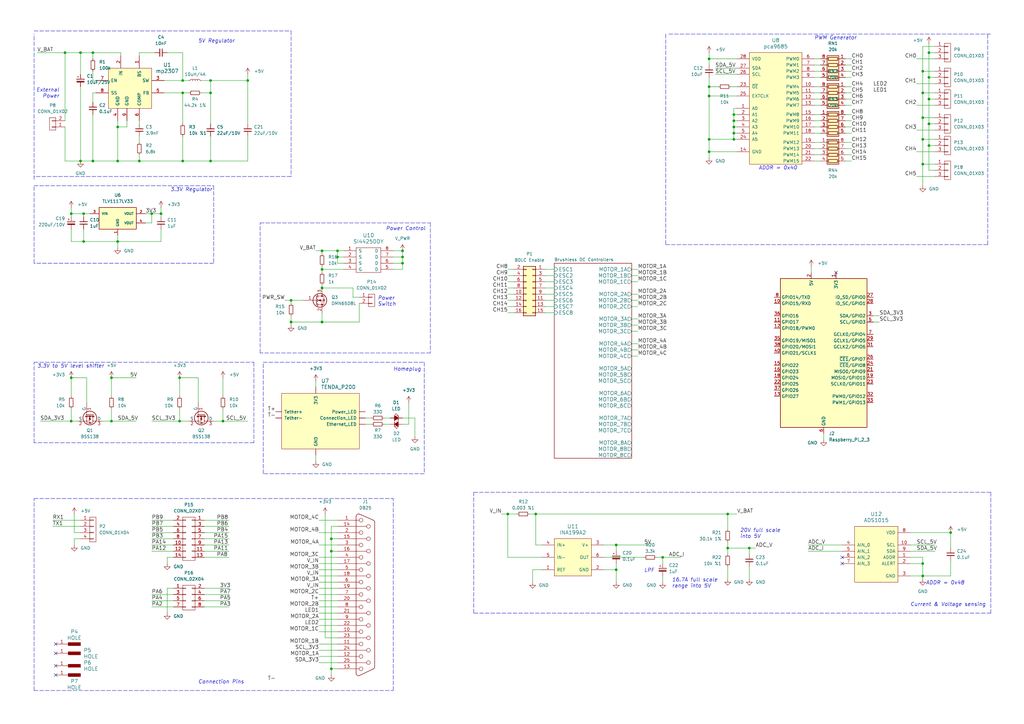
<source format=kicad_sch>
(kicad_sch (version 20250114) (generator "eeschema") (generator_version "9.0")
  (paper "A3")
  (lib_symbols
    (symbol "BSS138_1" (pin_names (offset 0))
      (property "Reference" "Q" (at 5.08 1.905 0))
      (property "Value" "BSS138" (at 5.08 0 0))
      (symbol "BSS138_1_1_1"
        (pin passive line (at -5.08 -1.27 0) (length 5.08) (name "G") (number "1"))
        (pin passive line (at 2.54 5.08 270) (length 2.54) (name "D") (number "3"))
        (pin passive line (at 2.54 -5.08 90) (length 2.54) (name "S") (number "2"))
      )
    )
    (symbol "BSS138_2" (pin_names (offset 0))
      (property "Reference" "Q" (at 5.08 1.905 0))
      (property "Value" "BSS138" (at 5.08 0 0))
      (symbol "BSS138_2_1_1"
        (pin passive line (at -5.08 -1.27 0) (length 5.08) (name "G") (number "1"))
        (pin passive line (at 2.54 5.08 270) (length 2.54) (name "D") (number "3"))
        (pin passive line (at 2.54 -5.08 90) (length 2.54) (name "S") (number "2"))
      )
    )
    (symbol "BSS138_3" (pin_names (offset 0))
      (property "Reference" "Q" (at 5.08 1.905 0))
      (property "Value" "BSS138" (at 5.08 0 0))
      (symbol "BSS138_3_1_1"
        (pin passive line (at -5.08 -1.27 0) (length 5.08) (name "G") (number "1"))
        (pin passive line (at 2.54 5.08 270) (length 2.54) (name "D") (number "3"))
        (pin passive line (at 2.54 -5.08 90) (length 2.54) (name "S") (number "2"))
      )
    )
    (symbol "BSS138_4" (pin_names (offset 0))
      (property "Reference" "Q" (at 5.08 1.905 0))
      (property "Value" "BSS138" (at 5.08 0 0))
      (symbol "BSS138_4_1_1"
        (pin passive line (at -5.08 -1.27 0) (length 5.08) (name "G") (number "1"))
        (pin passive line (at 2.54 5.08 270) (length 2.54) (name "D") (number "3"))
        (pin passive line (at 2.54 -5.08 90) (length 2.54) (name "S") (number "2"))
      )
    )
    (symbol "CONN_01X01_MALE_1" (pin_names (offset 1.016) (hide yes))
      (property "Reference" "P" (at 0 1.905 0))
      (property "Value" "CONN_01X01_MALE" (at 0 -2.54 0))
      (symbol "CONN_01X01_MALE_1_1_1"
        (pin bidirectional line (at 7.62 0 180) (length 5.08) (name "1") (number "1"))
      )
    )
    (symbol "CONN_01X01_MALE_2" (pin_names (offset 1.016) (hide yes))
      (property "Reference" "P" (at 0 1.905 0))
      (property "Value" "CONN_01X01_MALE" (at 0 -2.54 0))
      (symbol "CONN_01X01_MALE_2_1_1"
        (pin bidirectional line (at 7.62 0 180) (length 5.08) (name "1") (number "1"))
      )
    )
    (symbol "CONN_01X01_MALE_3" (pin_names (offset 1.016) (hide yes))
      (property "Reference" "P" (at 0 1.905 0))
      (property "Value" "CONN_01X01_MALE" (at 0 -2.54 0))
      (symbol "CONN_01X01_MALE_3_1_1"
        (pin bidirectional line (at 7.62 0 180) (length 5.08) (name "1") (number "1"))
      )
    )
    (symbol "CONN_01X01_MALE_4" (pin_names (offset 1.016) (hide yes))
      (property "Reference" "P" (at 0 1.905 0))
      (property "Value" "CONN_01X01_MALE" (at 0 -2.54 0))
      (symbol "CONN_01X01_MALE_4_1_1"
        (pin bidirectional line (at 7.62 0 180) (length 5.08) (name "1") (number "1"))
      )
    )
    (symbol "CONN_01X01_MALE_5" (pin_names (offset 1.016) (hide yes))
      (property "Reference" "P" (at 0 1.905 0))
      (property "Value" "CONN_01X01_MALE" (at 0 -2.54 0))
      (symbol "CONN_01X01_MALE_5_1_1"
        (pin bidirectional line (at 7.62 0 180) (length 5.08) (name "1") (number "1"))
      )
    )
    (symbol "CONN_01X01_MALE_6" (pin_names (offset 1.016) (hide yes))
      (property "Reference" "P" (at 0 1.905 0))
      (property "Value" "CONN_01X01_MALE" (at 0 -2.54 0))
      (symbol "CONN_01X01_MALE_6_1_1"
        (pin bidirectional line (at 7.62 0 180) (length 5.08) (name "1") (number "1"))
      )
    )
    (symbol "CONN_01X01_MALE_7" (pin_names (offset 1.016) (hide yes))
      (property "Reference" "P" (at 0 1.905 0))
      (property "Value" "CONN_01X01_MALE" (at 0 -2.54 0))
      (symbol "CONN_01X01_MALE_7_1_1"
        (pin bidirectional line (at 7.62 0 180) (length 5.08) (name "1") (number "1"))
      )
    )
    (symbol "CONN_01X01_MALE_8" (pin_names (offset 1.016) (hide yes))
      (property "Reference" "P" (at 0 1.905 0))
      (property "Value" "CONN_01X01_MALE" (at 0 -2.54 0))
      (symbol "CONN_01X01_MALE_8_1_1"
        (pin bidirectional line (at 7.62 0 180) (length 5.08) (name "1") (number "1"))
      )
    )
    (symbol "CONN_01X02_1" (pin_names (offset 1.016) (hide yes))
      (property "Reference" "P" (at 0 3.81 0))
      (property "Value" "CONN_01X02" (at 2.54 0 90))
      (symbol "CONN_01X02_1_1_1"
        (pin passive line (at -5.08 1.27 0) (length 3.81) (name "P1") (number "1"))
        (pin passive line (at -5.08 -1.27 0) (length 3.81) (name "P2") (number "2"))
      )
    )
    (symbol "CONN_01X02_2" (pin_names (offset 1.016) (hide yes))
      (property "Reference" "P" (at 0 3.81 0))
      (property "Value" "CONN_01X02" (at 2.54 0 90))
      (symbol "CONN_01X02_2_1_1"
        (pin passive line (at -5.08 1.27 0) (length 3.81) (name "P1") (number "1"))
        (pin passive line (at -5.08 -1.27 0) (length 3.81) (name "P2") (number "2"))
      )
    )
    (symbol "CONN_01X02_3" (pin_names (offset 1.016) (hide yes))
      (property "Reference" "P" (at 0 3.81 0))
      (property "Value" "CONN_01X02" (at 2.54 0 90))
      (symbol "CONN_01X02_3_1_1"
        (pin passive line (at -5.08 1.27 0) (length 3.81) (name "P1") (number "1"))
        (pin passive line (at -5.08 -1.27 0) (length 3.81) (name "P2") (number "2"))
      )
    )
    (symbol "CONN_01X02_4" (pin_names (offset 1.016) (hide yes))
      (property "Reference" "P" (at 0 3.81 0))
      (property "Value" "CONN_01X02" (at 2.54 0 90))
      (symbol "CONN_01X02_4_1_1"
        (pin passive line (at -5.08 1.27 0) (length 3.81) (name "P1") (number "1"))
        (pin passive line (at -5.08 -1.27 0) (length 3.81) (name "P2") (number "2"))
      )
    )
    (symbol "CONN_01X02_5" (pin_names (offset 1.016) (hide yes))
      (property "Reference" "P" (at 0 3.81 0))
      (property "Value" "CONN_01X02" (at 2.54 0 90))
      (symbol "CONN_01X02_5_1_1"
        (pin passive line (at -5.08 1.27 0) (length 3.81) (name "P1") (number "1"))
        (pin passive line (at -5.08 -1.27 0) (length 3.81) (name "P2") (number "2"))
      )
    )
    (symbol "CONN_01X03_1" (pin_names (offset 1.016) (hide yes))
      (property "Reference" "P" (at 0 5.08 0))
      (property "Value" "CONN_01X03" (at 2.54 0 90))
      (symbol "CONN_01X03_1_1_1"
        (pin passive line (at -5.08 2.54 0) (length 3.81) (name "P1") (number "1"))
        (pin passive line (at -5.08 0 0) (length 3.81) (name "P2") (number "2"))
        (pin passive line (at -5.08 -2.54 0) (length 3.81) (name "P3") (number "3"))
      )
    )
    (symbol "CONN_01X03_10" (pin_names (offset 1.016) (hide yes))
      (property "Reference" "P" (at 0 5.08 0))
      (property "Value" "CONN_01X03" (at 2.54 0 90))
      (symbol "CONN_01X03_10_1_1"
        (pin passive line (at -5.08 2.54 0) (length 3.81) (name "P1") (number "1"))
        (pin passive line (at -5.08 0 0) (length 3.81) (name "P2") (number "2"))
        (pin passive line (at -5.08 -2.54 0) (length 3.81) (name "P3") (number "3"))
      )
    )
    (symbol "CONN_01X03_11" (pin_names (offset 1.016) (hide yes))
      (property "Reference" "P" (at 0 5.08 0))
      (property "Value" "CONN_01X03" (at 2.54 0 90))
      (symbol "CONN_01X03_11_1_1"
        (pin passive line (at -5.08 2.54 0) (length 3.81) (name "P1") (number "1"))
        (pin passive line (at -5.08 0 0) (length 3.81) (name "P2") (number "2"))
        (pin passive line (at -5.08 -2.54 0) (length 3.81) (name "P3") (number "3"))
      )
    )
    (symbol "CONN_01X03_12" (pin_names (offset 1.016) (hide yes))
      (property "Reference" "P" (at 0 5.08 0))
      (property "Value" "CONN_01X03" (at 2.54 0 90))
      (symbol "CONN_01X03_12_1_1"
        (pin passive line (at -5.08 2.54 0) (length 3.81) (name "P1") (number "1"))
        (pin passive line (at -5.08 0 0) (length 3.81) (name "P2") (number "2"))
        (pin passive line (at -5.08 -2.54 0) (length 3.81) (name "P3") (number "3"))
      )
    )
    (symbol "CONN_01X03_2" (pin_names (offset 1.016) (hide yes))
      (property "Reference" "P" (at 0 5.08 0))
      (property "Value" "CONN_01X03" (at 2.54 0 90))
      (symbol "CONN_01X03_2_1_1"
        (pin passive line (at -5.08 2.54 0) (length 3.81) (name "P1") (number "1"))
        (pin passive line (at -5.08 0 0) (length 3.81) (name "P2") (number "2"))
        (pin passive line (at -5.08 -2.54 0) (length 3.81) (name "P3") (number "3"))
      )
    )
    (symbol "CONN_01X03_3" (pin_names (offset 1.016) (hide yes))
      (property "Reference" "P" (at 0 5.08 0))
      (property "Value" "CONN_01X03" (at 2.54 0 90))
      (symbol "CONN_01X03_3_1_1"
        (pin passive line (at -5.08 2.54 0) (length 3.81) (name "P1") (number "1"))
        (pin passive line (at -5.08 0 0) (length 3.81) (name "P2") (number "2"))
        (pin passive line (at -5.08 -2.54 0) (length 3.81) (name "P3") (number "3"))
      )
    )
    (symbol "CONN_01X03_4" (pin_names (offset 1.016) (hide yes))
      (property "Reference" "P" (at 0 5.08 0))
      (property "Value" "CONN_01X03" (at 2.54 0 90))
      (symbol "CONN_01X03_4_1_1"
        (pin passive line (at -5.08 2.54 0) (length 3.81) (name "P1") (number "1"))
        (pin passive line (at -5.08 0 0) (length 3.81) (name "P2") (number "2"))
        (pin passive line (at -5.08 -2.54 0) (length 3.81) (name "P3") (number "3"))
      )
    )
    (symbol "CONN_01X03_5" (pin_names (offset 1.016) (hide yes))
      (property "Reference" "P" (at 0 5.08 0))
      (property "Value" "CONN_01X03" (at 2.54 0 90))
      (symbol "CONN_01X03_5_1_1"
        (pin passive line (at -5.08 2.54 0) (length 3.81) (name "P1") (number "1"))
        (pin passive line (at -5.08 0 0) (length 3.81) (name "P2") (number "2"))
        (pin passive line (at -5.08 -2.54 0) (length 3.81) (name "P3") (number "3"))
      )
    )
    (symbol "CONN_01X03_6" (pin_names (offset 1.016) (hide yes))
      (property "Reference" "P" (at 0 5.08 0))
      (property "Value" "CONN_01X03" (at 2.54 0 90))
      (symbol "CONN_01X03_6_1_1"
        (pin passive line (at -5.08 2.54 0) (length 3.81) (name "P1") (number "1"))
        (pin passive line (at -5.08 0 0) (length 3.81) (name "P2") (number "2"))
        (pin passive line (at -5.08 -2.54 0) (length 3.81) (name "P3") (number "3"))
      )
    )
    (symbol "CONN_01X03_7" (pin_names (offset 1.016) (hide yes))
      (property "Reference" "P" (at 0 5.08 0))
      (property "Value" "CONN_01X03" (at 2.54 0 90))
      (symbol "CONN_01X03_7_1_1"
        (pin passive line (at -5.08 2.54 0) (length 3.81) (name "P1") (number "1"))
        (pin passive line (at -5.08 0 0) (length 3.81) (name "P2") (number "2"))
        (pin passive line (at -5.08 -2.54 0) (length 3.81) (name "P3") (number "3"))
      )
    )
    (symbol "CONN_01X03_8" (pin_names (offset 1.016) (hide yes))
      (property "Reference" "P" (at 0 5.08 0))
      (property "Value" "CONN_01X03" (at 2.54 0 90))
      (symbol "CONN_01X03_8_1_1"
        (pin passive line (at -5.08 2.54 0) (length 3.81) (name "P1") (number "1"))
        (pin passive line (at -5.08 0 0) (length 3.81) (name "P2") (number "2"))
        (pin passive line (at -5.08 -2.54 0) (length 3.81) (name "P3") (number "3"))
      )
    )
    (symbol "CONN_01X03_9" (pin_names (offset 1.016) (hide yes))
      (property "Reference" "P" (at 0 5.08 0))
      (property "Value" "CONN_01X03" (at 2.54 0 90))
      (symbol "CONN_01X03_9_1_1"
        (pin passive line (at -5.08 2.54 0) (length 3.81) (name "P1") (number "1"))
        (pin passive line (at -5.08 0 0) (length 3.81) (name "P2") (number "2"))
        (pin passive line (at -5.08 -2.54 0) (length 3.81) (name "P3") (number "3"))
      )
    )
    (symbol "CONN_01X04_1" (pin_names (offset 1.016) (hide yes))
      (property "Reference" "P" (at 0 6.35 0))
      (property "Value" "CONN_01X04" (at 2.54 0 90))
      (symbol "CONN_01X04_1_1_1"
        (pin passive line (at -5.08 3.81 0) (length 3.81) (name "P1") (number "1"))
        (pin passive line (at -5.08 1.27 0) (length 3.81) (name "P2") (number "2"))
        (pin passive line (at -5.08 -1.27 0) (length 3.81) (name "P3") (number "3"))
        (pin passive line (at -5.08 -3.81 0) (length 3.81) (name "P4") (number "4"))
      )
    )
    (symbol "CONN_01X04_2" (pin_names (offset 1.016) (hide yes))
      (property "Reference" "P" (at 0 6.35 0))
      (property "Value" "CONN_01X04" (at 2.54 0 90))
      (symbol "CONN_01X04_2_1_1"
        (pin passive line (at -5.08 3.81 0) (length 3.81) (name "P1") (number "1"))
        (pin passive line (at -5.08 1.27 0) (length 3.81) (name "P2") (number "2"))
        (pin passive line (at -5.08 -1.27 0) (length 3.81) (name "P3") (number "3"))
        (pin passive line (at -5.08 -3.81 0) (length 3.81) (name "P4") (number "4"))
      )
    )
    (symbol "CONN_02X04_1" (pin_names (offset 0.0254) (hide yes))
      (property "Reference" "P" (at 0 6.35 0))
      (property "Value" "CONN_02X04" (at 0 -6.35 0))
      (symbol "CONN_02X04_1_1_1"
        (pin passive line (at -6.35 3.81 0) (length 3.81) (name "P1") (number "1"))
        (pin passive line (at -6.35 1.27 0) (length 3.81) (name "P3") (number "3"))
        (pin passive line (at -6.35 -1.27 0) (length 3.81) (name "P5") (number "5"))
        (pin passive line (at -6.35 -3.81 0) (length 3.81) (name "P7") (number "7"))
        (pin passive line (at 6.35 3.81 180) (length 3.81) (name "P2") (number "2"))
        (pin passive line (at 6.35 1.27 180) (length 3.81) (name "P4") (number "4"))
        (pin passive line (at 6.35 -1.27 180) (length 3.81) (name "P6") (number "6"))
        (pin passive line (at 6.35 -3.81 180) (length 3.81) (name "P8") (number "8"))
      )
    )
    (symbol "CONN_02X04_2" (pin_names (offset 0.0254) (hide yes))
      (property "Reference" "P" (at 0 6.35 0))
      (property "Value" "CONN_02X04" (at 0 -6.35 0))
      (symbol "CONN_02X04_2_1_1"
        (pin passive line (at -6.35 3.81 0) (length 3.81) (name "P1") (number "1"))
        (pin passive line (at -6.35 1.27 0) (length 3.81) (name "P3") (number "3"))
        (pin passive line (at -6.35 -1.27 0) (length 3.81) (name "P5") (number "5"))
        (pin passive line (at -6.35 -3.81 0) (length 3.81) (name "P7") (number "7"))
        (pin passive line (at 6.35 3.81 180) (length 3.81) (name "P2") (number "2"))
        (pin passive line (at 6.35 1.27 180) (length 3.81) (name "P4") (number "4"))
        (pin passive line (at 6.35 -1.27 180) (length 3.81) (name "P6") (number "6"))
        (pin passive line (at 6.35 -3.81 180) (length 3.81) (name "P8") (number "8"))
      )
    )
    (symbol "CONN_02X04_3" (pin_names (offset 0.0254) (hide yes))
      (property "Reference" "P" (at 0 6.35 0))
      (property "Value" "CONN_02X04" (at 0 -6.35 0))
      (symbol "CONN_02X04_3_1_1"
        (pin passive line (at -6.35 3.81 0) (length 3.81) (name "P1") (number "1"))
        (pin passive line (at -6.35 1.27 0) (length 3.81) (name "P3") (number "3"))
        (pin passive line (at -6.35 -1.27 0) (length 3.81) (name "P5") (number "5"))
        (pin passive line (at -6.35 -3.81 0) (length 3.81) (name "P7") (number "7"))
        (pin passive line (at 6.35 3.81 180) (length 3.81) (name "P2") (number "2"))
        (pin passive line (at 6.35 1.27 180) (length 3.81) (name "P4") (number "4"))
        (pin passive line (at 6.35 -1.27 180) (length 3.81) (name "P6") (number "6"))
        (pin passive line (at 6.35 -3.81 180) (length 3.81) (name "P8") (number "8"))
      )
    )
    (symbol "CONN_02X07_1" (pin_names (offset 0.0254) (hide yes))
      (property "Reference" "P" (at 0 10.16 0))
      (property "Value" "CONN_02X07" (at 0 0 90))
      (symbol "CONN_02X07_1_1_1"
        (pin passive line (at -6.35 7.62 0) (length 3.81) (name "P1") (number "1"))
        (pin passive line (at -6.35 5.08 0) (length 3.81) (name "P3") (number "3"))
        (pin passive line (at -6.35 2.54 0) (length 3.81) (name "P5") (number "5"))
        (pin passive line (at -6.35 0 0) (length 3.81) (name "P7") (number "7"))
        (pin passive line (at -6.35 -2.54 0) (length 3.81) (name "P9") (number "9"))
        (pin passive line (at -6.35 -5.08 0) (length 3.81) (name "P11") (number "11"))
        (pin passive line (at -6.35 -7.62 0) (length 3.81) (name "P13") (number "13"))
        (pin passive line (at 6.35 7.62 180) (length 3.81) (name "P2") (number "2"))
        (pin passive line (at 6.35 5.08 180) (length 3.81) (name "P4") (number "4"))
        (pin passive line (at 6.35 2.54 180) (length 3.81) (name "P6") (number "6"))
        (pin passive line (at 6.35 0 180) (length 3.81) (name "P8") (number "8"))
        (pin passive line (at 6.35 -2.54 180) (length 3.81) (name "P10") (number "10"))
        (pin passive line (at 6.35 -5.08 180) (length 3.81) (name "P12") (number "12"))
        (pin passive line (at 6.35 -7.62 180) (length 3.81) (name "P14") (number "14"))
      )
    )
    (symbol "CONN_02X07_2" (pin_names (offset 0.0254) (hide yes))
      (property "Reference" "P" (at 0 10.16 0))
      (property "Value" "CONN_02X07" (at 0 0 90))
      (symbol "CONN_02X07_2_1_1"
        (pin passive line (at -6.35 7.62 0) (length 3.81) (name "P1") (number "1"))
        (pin passive line (at -6.35 5.08 0) (length 3.81) (name "P3") (number "3"))
        (pin passive line (at -6.35 2.54 0) (length 3.81) (name "P5") (number "5"))
        (pin passive line (at -6.35 0 0) (length 3.81) (name "P7") (number "7"))
        (pin passive line (at -6.35 -2.54 0) (length 3.81) (name "P9") (number "9"))
        (pin passive line (at -6.35 -5.08 0) (length 3.81) (name "P11") (number "11"))
        (pin passive line (at -6.35 -7.62 0) (length 3.81) (name "P13") (number "13"))
        (pin passive line (at 6.35 7.62 180) (length 3.81) (name "P2") (number "2"))
        (pin passive line (at 6.35 5.08 180) (length 3.81) (name "P4") (number "4"))
        (pin passive line (at 6.35 2.54 180) (length 3.81) (name "P6") (number "6"))
        (pin passive line (at 6.35 0 180) (length 3.81) (name "P8") (number "8"))
        (pin passive line (at 6.35 -2.54 180) (length 3.81) (name "P10") (number "10"))
        (pin passive line (at 6.35 -5.08 180) (length 3.81) (name "P12") (number "12"))
        (pin passive line (at 6.35 -7.62 180) (length 3.81) (name "P14") (number "14"))
      )
    )
    (symbol "CP1_1" (pin_numbers (hide yes)) (pin_names (offset 0.254) (hide yes))
      (property "Reference" "C" (at 0.635 2.54 0))
      (property "Value" "CP1" (at 0.635 -2.54 0))
      (symbol "CP1_1_1_1"
        (pin passive line (at 0 3.81 270) (length 2.794) (name "~") (number "1"))
        (pin passive line (at 0 -3.81 90) (length 3.302) (name "~") (number "2"))
      )
    )
    (symbol "CP1_2" (pin_numbers (hide yes)) (pin_names (offset 0.254) (hide yes))
      (property "Reference" "C" (at 0.635 2.54 0))
      (property "Value" "CP1" (at 0.635 -2.54 0))
      (symbol "CP1_2_1_1"
        (pin passive line (at 0 3.81 270) (length 2.794) (name "~") (number "1"))
        (pin passive line (at 0 -3.81 90) (length 3.302) (name "~") (number "2"))
      )
    )
    (symbol "CP1_3" (pin_numbers (hide yes)) (pin_names (offset 0.254) (hide yes))
      (property "Reference" "C" (at 0.635 2.54 0))
      (property "Value" "CP1" (at 0.635 -2.54 0))
      (symbol "CP1_3_1_1"
        (pin passive line (at 0 3.81 270) (length 2.794) (name "~") (number "1"))
        (pin passive line (at 0 -3.81 90) (length 3.302) (name "~") (number "2"))
      )
    )
    (symbol "CP1_4" (pin_numbers (hide yes)) (pin_names (offset 0.254) (hide yes))
      (property "Reference" "C" (at 0.635 2.54 0))
      (property "Value" "CP1" (at 0.635 -2.54 0))
      (symbol "CP1_4_1_1"
        (pin passive line (at 0 3.81 270) (length 2.794) (name "~") (number "1"))
        (pin passive line (at 0 -3.81 90) (length 3.302) (name "~") (number "2"))
      )
    )
    (symbol "CP1_5" (pin_numbers (hide yes)) (pin_names (offset 0.254) (hide yes))
      (property "Reference" "C" (at 0.635 2.54 0))
      (property "Value" "CP1" (at 0.635 -2.54 0))
      (symbol "CP1_5_1_1"
        (pin passive line (at 0 3.81 270) (length 2.794) (name "~") (number "1"))
        (pin passive line (at 0 -3.81 90) (length 3.302) (name "~") (number "2"))
      )
    )
    (symbol "CP1_6" (pin_numbers (hide yes)) (pin_names (offset 0.254) (hide yes))
      (property "Reference" "C" (at 0.635 2.54 0))
      (property "Value" "CP1" (at 0.635 -2.54 0))
      (symbol "CP1_6_1_1"
        (pin passive line (at 0 3.81 270) (length 2.794) (name "~") (number "1"))
        (pin passive line (at 0 -3.81 90) (length 3.302) (name "~") (number "2"))
      )
    )
    (symbol "CP1_7" (pin_numbers (hide yes)) (pin_names (offset 0.254) (hide yes))
      (property "Reference" "C" (at 0.635 2.54 0))
      (property "Value" "CP1" (at 0.635 -2.54 0))
      (symbol "CP1_7_1_1"
        (pin passive line (at 0 3.81 270) (length 2.794) (name "~") (number "1"))
        (pin passive line (at 0 -3.81 90) (length 3.302) (name "~") (number "2"))
      )
    )
    (symbol "CP1_8" (pin_numbers (hide yes)) (pin_names (offset 0.254) (hide yes))
      (property "Reference" "C" (at 0.635 2.54 0))
      (property "Value" "CP1" (at 0.635 -2.54 0))
      (symbol "CP1_8_1_1"
        (pin passive line (at 0 3.81 270) (length 2.794) (name "~") (number "1"))
        (pin passive line (at 0 -3.81 90) (length 3.302) (name "~") (number "2"))
      )
    )
    (symbol "C_1" (pin_numbers (hide yes)) (pin_names (offset 0.254))
      (property "Reference" "C" (at 0.635 2.54 0))
      (property "Value" "C" (at 0.635 -2.54 0))
      (symbol "C_1_1_1"
        (pin passive line (at 0 3.81 270) (length 2.794) (name "~") (number "1"))
        (pin passive line (at 0 -3.81 90) (length 2.794) (name "~") (number "2"))
      )
    )
    (symbol "C_10" (pin_numbers (hide yes)) (pin_names (offset 0.254))
      (property "Reference" "C" (at 0.635 2.54 0))
      (property "Value" "C" (at 0.635 -2.54 0))
      (symbol "C_10_1_1"
        (pin passive line (at 0 3.81 270) (length 2.794) (name "~") (number "1"))
        (pin passive line (at 0 -3.81 90) (length 2.794) (name "~") (number "2"))
      )
    )
    (symbol "C_11" (pin_numbers (hide yes)) (pin_names (offset 0.254))
      (property "Reference" "C" (at 0.635 2.54 0))
      (property "Value" "C" (at 0.635 -2.54 0))
      (symbol "C_11_1_1"
        (pin passive line (at 0 3.81 270) (length 2.794) (name "~") (number "1"))
        (pin passive line (at 0 -3.81 90) (length 2.794) (name "~") (number "2"))
      )
    )
    (symbol "C_12" (pin_numbers (hide yes)) (pin_names (offset 0.254))
      (property "Reference" "C" (at 0.635 2.54 0))
      (property "Value" "C" (at 0.635 -2.54 0))
      (symbol "C_12_1_1"
        (pin passive line (at 0 3.81 270) (length 2.794) (name "~") (number "1"))
        (pin passive line (at 0 -3.81 90) (length 2.794) (name "~") (number "2"))
      )
    )
    (symbol "C_13" (pin_numbers (hide yes)) (pin_names (offset 0.254))
      (property "Reference" "C" (at 0.635 2.54 0))
      (property "Value" "C" (at 0.635 -2.54 0))
      (symbol "C_13_1_1"
        (pin passive line (at 0 3.81 270) (length 2.794) (name "~") (number "1"))
        (pin passive line (at 0 -3.81 90) (length 2.794) (name "~") (number "2"))
      )
    )
    (symbol "C_14" (pin_numbers (hide yes)) (pin_names (offset 0.254))
      (property "Reference" "C" (at 0.635 2.54 0))
      (property "Value" "C" (at 0.635 -2.54 0))
      (symbol "C_14_1_1"
        (pin passive line (at 0 3.81 270) (length 2.794) (name "~") (number "1"))
        (pin passive line (at 0 -3.81 90) (length 2.794) (name "~") (number "2"))
      )
    )
    (symbol "C_15" (pin_numbers (hide yes)) (pin_names (offset 0.254))
      (property "Reference" "C" (at 0.635 2.54 0))
      (property "Value" "C" (at 0.635 -2.54 0))
      (symbol "C_15_1_1"
        (pin passive line (at 0 3.81 270) (length 2.794) (name "~") (number "1"))
        (pin passive line (at 0 -3.81 90) (length 2.794) (name "~") (number "2"))
      )
    )
    (symbol "C_16" (pin_numbers (hide yes)) (pin_names (offset 0.254))
      (property "Reference" "C" (at 0.635 2.54 0))
      (property "Value" "C" (at 0.635 -2.54 0))
      (symbol "C_16_1_1"
        (pin passive line (at 0 3.81 270) (length 2.794) (name "~") (number "1"))
        (pin passive line (at 0 -3.81 90) (length 2.794) (name "~") (number "2"))
      )
    )
    (symbol "C_2" (pin_numbers (hide yes)) (pin_names (offset 0.254))
      (property "Reference" "C" (at 0.635 2.54 0))
      (property "Value" "C" (at 0.635 -2.54 0))
      (symbol "C_2_1_1"
        (pin passive line (at 0 3.81 270) (length 2.794) (name "~") (number "1"))
        (pin passive line (at 0 -3.81 90) (length 2.794) (name "~") (number "2"))
      )
    )
    (symbol "C_3" (pin_numbers (hide yes)) (pin_names (offset 0.254))
      (property "Reference" "C" (at 0.635 2.54 0))
      (property "Value" "C" (at 0.635 -2.54 0))
      (symbol "C_3_1_1"
        (pin passive line (at 0 3.81 270) (length 2.794) (name "~") (number "1"))
        (pin passive line (at 0 -3.81 90) (length 2.794) (name "~") (number "2"))
      )
    )
    (symbol "C_4" (pin_numbers (hide yes)) (pin_names (offset 0.254))
      (property "Reference" "C" (at 0.635 2.54 0))
      (property "Value" "C" (at 0.635 -2.54 0))
      (symbol "C_4_1_1"
        (pin passive line (at 0 3.81 270) (length 2.794) (name "~") (number "1"))
        (pin passive line (at 0 -3.81 90) (length 2.794) (name "~") (number "2"))
      )
    )
    (symbol "C_5" (pin_numbers (hide yes)) (pin_names (offset 0.254))
      (property "Reference" "C" (at 0.635 2.54 0))
      (property "Value" "C" (at 0.635 -2.54 0))
      (symbol "C_5_1_1"
        (pin passive line (at 0 3.81 270) (length 2.794) (name "~") (number "1"))
        (pin passive line (at 0 -3.81 90) (length 2.794) (name "~") (number "2"))
      )
    )
    (symbol "C_6" (pin_numbers (hide yes)) (pin_names (offset 0.254))
      (property "Reference" "C" (at 0.635 2.54 0))
      (property "Value" "C" (at 0.635 -2.54 0))
      (symbol "C_6_1_1"
        (pin passive line (at 0 3.81 270) (length 2.794) (name "~") (number "1"))
        (pin passive line (at 0 -3.81 90) (length 2.794) (name "~") (number "2"))
      )
    )
    (symbol "C_7" (pin_numbers (hide yes)) (pin_names (offset 0.254))
      (property "Reference" "C" (at 0.635 2.54 0))
      (property "Value" "C" (at 0.635 -2.54 0))
      (symbol "C_7_1_1"
        (pin passive line (at 0 3.81 270) (length 2.794) (name "~") (number "1"))
        (pin passive line (at 0 -3.81 90) (length 2.794) (name "~") (number "2"))
      )
    )
    (symbol "C_8" (pin_numbers (hide yes)) (pin_names (offset 0.254))
      (property "Reference" "C" (at 0.635 2.54 0))
      (property "Value" "C" (at 0.635 -2.54 0))
      (symbol "C_8_1_1"
        (pin passive line (at 0 3.81 270) (length 2.794) (name "~") (number "1"))
        (pin passive line (at 0 -3.81 90) (length 2.794) (name "~") (number "2"))
      )
    )
    (symbol "C_9" (pin_numbers (hide yes)) (pin_names (offset 0.254))
      (property "Reference" "C" (at 0.635 2.54 0))
      (property "Value" "C" (at 0.635 -2.54 0))
      (symbol "C_9_1_1"
        (pin passive line (at 0 3.81 270) (length 2.794) (name "~") (number "1"))
        (pin passive line (at 0 -3.81 90) (length 2.794) (name "~") (number "2"))
      )
    )
    (symbol "Connector:Raspberry_Pi_2_3"
      (property "Reference" "J" (at -17.78 31.75 0))
      (property "Value" "Raspberry_Pi_2_3" (at 10.16 -31.75 0))
      (symbol "Raspberry_Pi_2_3_1_1"
        (pin bidirectional line (at -20.32 22.86 0) (length 2.54) (name "GPIO14/TXD") (number "8"))
        (pin bidirectional line (at -20.32 20.32 0) (length 2.54) (name "GPIO15/RXD") (number "10"))
        (pin bidirectional line (at -20.32 15.24 0) (length 2.54) (name "GPIO16") (number "36"))
        (pin bidirectional line (at -20.32 12.7 0) (length 2.54) (name "GPIO17") (number "11"))
        (pin bidirectional line (at -20.32 10.16 0) (length 2.54) (name "GPIO18/PWM0") (number "12"))
        (pin bidirectional line (at -20.32 5.08 0) (length 2.54) (name "GPIO19/MISO1") (number "35"))
        (pin bidirectional line (at -20.32 2.54 0) (length 2.54) (name "GPIO20/MOSI1") (number "38"))
        (pin bidirectional line (at -20.32 0 0) (length 2.54) (name "GPIO21/SCLK1") (number "40"))
        (pin bidirectional line (at -20.32 -5.08 0) (length 2.54) (name "GPIO22") (number "15"))
        (pin bidirectional line (at -20.32 -7.62 0) (length 2.54) (name "GPIO23") (number "16"))
        (pin bidirectional line (at -20.32 -10.16 0) (length 2.54) (name "GPIO24") (number "18"))
        (pin bidirectional line (at -20.32 -12.7 0) (length 2.54) (name "GPIO25") (number "22"))
        (pin bidirectional line (at -20.32 -15.24 0) (length 2.54) (name "GPIO26") (number "37"))
        (pin bidirectional line (at -20.32 -17.78 0) (length 2.54) (name "GPIO27") (number "13"))
        (pin power_in line (at -5.08 33.02 270) (length 2.54) (name "5V") (number "2"))
        (pin passive line (at -5.08 33.02 270) (length 2.54) (hide yes) (name "5V") (number "4"))
        (pin passive line (at 0 -33.02 90) (length 2.54) (hide yes) (name "GND") (number "14"))
        (pin passive line (at 0 -33.02 90) (length 2.54) (hide yes) (name "GND") (number "20"))
        (pin passive line (at 0 -33.02 90) (length 2.54) (hide yes) (name "GND") (number "25"))
        (pin passive line (at 0 -33.02 90) (length 2.54) (hide yes) (name "GND") (number "30"))
        (pin passive line (at 0 -33.02 90) (length 2.54) (hide yes) (name "GND") (number "34"))
        (pin passive line (at 0 -33.02 90) (length 2.54) (hide yes) (name "GND") (number "39"))
        (pin power_in line (at 0 -33.02 90) (length 2.54) (name "GND") (number "6"))
        (pin passive line (at 0 -33.02 90) (length 2.54) (hide yes) (name "GND") (number "9"))
        (pin power_in line (at 5.08 33.02 270) (length 2.54) (name "3V3") (number "1"))
        (pin passive line (at 5.08 33.02 270) (length 2.54) (hide yes) (name "3V3") (number "17"))
        (pin bidirectional line (at 20.32 22.86 180) (length 2.54) (name "ID_SD/GPIO0") (number "27"))
        (pin bidirectional line (at 20.32 20.32 180) (length 2.54) (name "ID_SC/GPIO1") (number "28"))
        (pin bidirectional line (at 20.32 15.24 180) (length 2.54) (name "SDA/GPIO2") (number "3"))
        (pin bidirectional line (at 20.32 12.7 180) (length 2.54) (name "SCL/GPIO3") (number "5"))
        (pin bidirectional line (at 20.32 7.62 180) (length 2.54) (name "GCLK0/GPIO4") (number "7"))
        (pin bidirectional line (at 20.32 5.08 180) (length 2.54) (name "GCLK1/GPIO5") (number "29"))
        (pin bidirectional line (at 20.32 2.54 180) (length 2.54) (name "GCLK2/GPIO6") (number "31"))
        (pin bidirectional line (at 20.32 -2.54 180) (length 2.54) (name "~{CE1}/GPIO7") (number "26"))
        (pin bidirectional line (at 20.32 -5.08 180) (length 2.54) (name "~{CE0}/GPIO8") (number "24"))
        (pin bidirectional line (at 20.32 -7.62 180) (length 2.54) (name "MISO0/GPIO9") (number "21"))
        (pin bidirectional line (at 20.32 -10.16 180) (length 2.54) (name "MOSI0/GPIO10") (number "19"))
        (pin bidirectional line (at 20.32 -12.7 180) (length 2.54) (name "SCLK0/GPIO11") (number "23"))
        (pin bidirectional line (at 20.32 -17.78 180) (length 2.54) (name "PWM0/GPIO12") (number "32"))
        (pin bidirectional line (at 20.32 -20.32 180) (length 2.54) (name "PWM1/GPIO13") (number "33"))
      )
    )
    (symbol "Connector_Generic:Conn_02x08_Odd_Even" (pin_names (offset 1.016) (hide yes))
      (property "Reference" "J" (at 1.27 10.16 0))
      (property "Value" "Conn_02x08_Odd_Even" (at 1.27 -12.7 0))
      (symbol "Conn_02x08_Odd_Even_1_1"
        (pin passive line (at -5.08 7.62 0) (length 3.81) (name "Pin_1") (number "1"))
        (pin passive line (at -5.08 5.08 0) (length 3.81) (name "Pin_3") (number "3"))
        (pin passive line (at -5.08 2.54 0) (length 3.81) (name "Pin_5") (number "5"))
        (pin passive line (at -5.08 0 0) (length 3.81) (name "Pin_7") (number "7"))
        (pin passive line (at -5.08 -2.54 0) (length 3.81) (name "Pin_9") (number "9"))
        (pin passive line (at -5.08 -5.08 0) (length 3.81) (name "Pin_11") (number "11"))
        (pin passive line (at -5.08 -7.62 0) (length 3.81) (name "Pin_13") (number "13"))
        (pin passive line (at -5.08 -10.16 0) (length 3.81) (name "Pin_15") (number "15"))
        (pin passive line (at 7.62 7.62 180) (length 3.81) (name "Pin_2") (number "2"))
        (pin passive line (at 7.62 5.08 180) (length 3.81) (name "Pin_4") (number "4"))
        (pin passive line (at 7.62 2.54 180) (length 3.81) (name "Pin_6") (number "6"))
        (pin passive line (at 7.62 0 180) (length 3.81) (name "Pin_8") (number "8"))
        (pin passive line (at 7.62 -2.54 180) (length 3.81) (name "Pin_10") (number "10"))
        (pin passive line (at 7.62 -5.08 180) (length 3.81) (name "Pin_12") (number "12"))
        (pin passive line (at 7.62 -7.62 180) (length 3.81) (name "Pin_14") (number "14"))
        (pin passive line (at 7.62 -10.16 180) (length 3.81) (name "Pin_16") (number "16"))
      )
    )
    (symbol "Crystal_GND3_Small_1" (pin_names (offset 1.016) (hide yes))
      (property "Reference" "Y" (at 0 5.08 0))
      (property "Value" "Crystal_GND3_Small" (at 0 3.175 0))
      (symbol "Crystal_GND3_Small_1_1_1"
        (pin passive line (at -2.54 0 0) (length 1.27) (name "1") (number "1"))
        (pin passive line (at 0 -3.175 90) (length 1.27) (name "3") (number "3"))
        (pin passive line (at 2.54 0 180) (length 1.27) (name "2") (number "2"))
      )
    )
    (symbol "DB25_1" (pin_names (offset 1.016) (hide yes))
      (property "Reference" "J" (at 1.27 34.29 0))
      (property "Value" "DB25" (at -1.27 -34.29 0))
      (symbol "DB25_1_1_1"
        (pin passive line (at -11.43 30.48 0) (length 7.62) (name "13") (number "13"))
        (pin passive line (at -11.43 27.94 0) (length 7.62) (name "P25") (number "25"))
        (pin passive line (at -11.43 25.4 0) (length 7.62) (name "12") (number "12"))
        (pin passive line (at -11.43 22.86 0) (length 7.62) (name "P24") (number "24"))
        (pin passive line (at -11.43 20.32 0) (length 7.62) (name "11") (number "11"))
        (pin passive line (at -11.43 17.78 0) (length 7.62) (name "P23") (number "23"))
        (pin passive line (at -11.43 15.24 0) (length 7.62) (name "10") (number "10"))
        (pin passive line (at -11.43 12.7 0) (length 7.62) (name "P22") (number "22"))
        (pin passive line (at -11.43 10.16 0) (length 7.62) (name "9") (number "9"))
        (pin passive line (at -11.43 7.62 0) (length 7.62) (name "P21") (number "21"))
        (pin passive line (at -11.43 5.08 0) (length 7.62) (name "8") (number "8"))
        (pin passive line (at -11.43 2.54 0) (length 7.62) (name "P20") (number "20"))
        (pin passive line (at -11.43 0 0) (length 7.62) (name "7") (number "7"))
        (pin passive line (at -11.43 -2.54 0) (length 7.62) (name "P19") (number "19"))
        (pin passive line (at -11.43 -5.08 0) (length 7.62) (name "6") (number "6"))
        (pin passive line (at -11.43 -7.62 0) (length 7.62) (name "P18") (number "18"))
        (pin passive line (at -11.43 -10.16 0) (length 7.62) (name "5") (number "5"))
        (pin passive line (at -11.43 -12.7 0) (length 7.62) (name "P17") (number "17"))
        (pin passive line (at -11.43 -15.24 0) (length 7.62) (name "4") (number "4"))
        (pin passive line (at -11.43 -17.78 0) (length 7.62) (name "P16") (number "16"))
        (pin passive line (at -11.43 -20.32 0) (length 7.62) (name "3") (number "3"))
        (pin passive line (at -11.43 -22.86 0) (length 7.62) (name "P15") (number "15"))
        (pin passive line (at -11.43 -25.4 0) (length 7.62) (name "2") (number "2"))
        (pin passive line (at -11.43 -27.94 0) (length 7.62) (name "P14") (number "14"))
        (pin passive line (at -11.43 -30.48 0) (length 7.62) (name "1") (number "1"))
      )
    )
    (symbol "DB25_2" (pin_names (offset 1.016) (hide yes))
      (property "Reference" "J" (at 1.27 34.29 0))
      (property "Value" "DB25" (at -1.27 -34.29 0))
      (symbol "DB25_2_1_1"
        (pin passive line (at -11.43 30.48 0) (length 7.62) (name "13") (number "13"))
        (pin passive line (at -11.43 27.94 0) (length 7.62) (name "P25") (number "25"))
        (pin passive line (at -11.43 25.4 0) (length 7.62) (name "12") (number "12"))
        (pin passive line (at -11.43 22.86 0) (length 7.62) (name "P24") (number "24"))
        (pin passive line (at -11.43 20.32 0) (length 7.62) (name "11") (number "11"))
        (pin passive line (at -11.43 17.78 0) (length 7.62) (name "P23") (number "23"))
        (pin passive line (at -11.43 15.24 0) (length 7.62) (name "10") (number "10"))
        (pin passive line (at -11.43 12.7 0) (length 7.62) (name "P22") (number "22"))
        (pin passive line (at -11.43 10.16 0) (length 7.62) (name "9") (number "9"))
        (pin passive line (at -11.43 7.62 0) (length 7.62) (name "P21") (number "21"))
        (pin passive line (at -11.43 5.08 0) (length 7.62) (name "8") (number "8"))
        (pin passive line (at -11.43 2.54 0) (length 7.62) (name "P20") (number "20"))
        (pin passive line (at -11.43 0 0) (length 7.62) (name "7") (number "7"))
        (pin passive line (at -11.43 -2.54 0) (length 7.62) (name "P19") (number "19"))
        (pin passive line (at -11.43 -5.08 0) (length 7.62) (name "6") (number "6"))
        (pin passive line (at -11.43 -7.62 0) (length 7.62) (name "P18") (number "18"))
        (pin passive line (at -11.43 -10.16 0) (length 7.62) (name "5") (number "5"))
        (pin passive line (at -11.43 -12.7 0) (length 7.62) (name "P17") (number "17"))
        (pin passive line (at -11.43 -15.24 0) (length 7.62) (name "4") (number "4"))
        (pin passive line (at -11.43 -17.78 0) (length 7.62) (name "P16") (number "16"))
        (pin passive line (at -11.43 -20.32 0) (length 7.62) (name "3") (number "3"))
        (pin passive line (at -11.43 -22.86 0) (length 7.62) (name "P15") (number "15"))
        (pin passive line (at -11.43 -25.4 0) (length 7.62) (name "2") (number "2"))
        (pin passive line (at -11.43 -27.94 0) (length 7.62) (name "P14") (number "14"))
        (pin passive line (at -11.43 -30.48 0) (length 7.62) (name "1") (number "1"))
      )
    )
    (symbol "Device:C_Polarized_Small" (pin_numbers (hide yes)) (pin_names (offset 0.254) (hide yes))
      (property "Reference" "C" (at 0.254 1.778 0))
      (property "Value" "C_Polarized_Small" (at 0.254 -2.032 0))
      (symbol "C_Polarized_Small_1_1"
        (pin passive line (at 0 2.54 270) (length 1.8542) (name "~") (number "1"))
        (pin passive line (at 0 -2.54 90) (length 1.8542) (name "~") (number "2"))
      )
    )
    (symbol "Device:C_Small" (pin_numbers (hide yes)) (pin_names (offset 0.254) (hide yes))
      (property "Reference" "C" (at 0.254 1.778 0))
      (property "Value" "C_Small" (at 0.254 -2.032 0))
      (symbol "C_Small_1_1"
        (pin passive line (at 0 2.54 270) (length 2.032) (name "~") (number "1"))
        (pin passive line (at 0 -2.54 90) (length 2.032) (name "~") (number "2"))
      )
    )
    (symbol "Device:LED_Small_Filled" (pin_numbers (hide yes)) (pin_names (offset 0.254) (hide yes))
      (property "Reference" "D" (at -1.27 3.175 0))
      (property "Value" "LED_Small_Filled" (at -4.445 -2.54 0))
      (symbol "LED_Small_Filled_1_1"
        (pin passive line (at -2.54 0 0) (length 1.778) (name "K") (number "1"))
        (pin passive line (at 2.54 0 180) (length 1.778) (name "A") (number "2"))
      )
    )
    (symbol "Device:R_Small" (pin_numbers (hide yes)) (pin_names (offset 0.254) (hide yes))
      (property "Reference" "R" (at 0 0 90))
      (property "Value" "R_Small" (at 1.778 0 90))
      (symbol "R_Small_1_1"
        (pin passive line (at 0 2.54 270) (length 0.762) (name "~") (number "1"))
        (pin passive line (at 0 -2.54 90) (length 0.762) (name "~") (number "2"))
      )
    )
    (symbol "GND_1" (power) (pin_names (offset 0))
      (property "Value" "GND" (at 0 -3.81 0))
      (symbol "GND_1_1_1"
        (pin power_in line (at 0 0 270) (length 0) (hide yes) (name "GND") (number "1"))
      )
    )
    (symbol "GND_10" (power) (pin_names (offset 0))
      (property "Value" "GND" (at 0 -3.81 0))
      (symbol "GND_10_1_1"
        (pin power_in line (at 0 0 270) (length 0) (hide yes) (name "GND") (number "1"))
      )
    )
    (symbol "GND_11" (power) (pin_names (offset 0))
      (property "Value" "GND" (at 0 -3.81 0))
      (symbol "GND_11_1_1"
        (pin power_in line (at 0 0 270) (length 0) (hide yes) (name "GND") (number "1"))
      )
    )
    (symbol "GND_12" (power) (pin_names (offset 0))
      (property "Value" "GND" (at 0 -3.81 0))
      (symbol "GND_12_1_1"
        (pin power_in line (at 0 0 270) (length 0) (hide yes) (name "GND") (number "1"))
      )
    )
    (symbol "GND_13" (power) (pin_names (offset 0))
      (property "Value" "GND" (at 0 -3.81 0))
      (symbol "GND_13_1_1"
        (pin power_in line (at 0 0 270) (length 0) (hide yes) (name "GND") (number "1"))
      )
    )
    (symbol "GND_14" (power) (pin_names (offset 0))
      (property "Value" "GND" (at 0 -3.81 0))
      (symbol "GND_14_1_1"
        (pin power_in line (at 0 0 270) (length 0) (hide yes) (name "GND") (number "1"))
      )
    )
    (symbol "GND_15" (power) (pin_names (offset 0))
      (property "Value" "GND" (at 0 -3.81 0))
      (symbol "GND_15_1_1"
        (pin power_in line (at 0 0 270) (length 0) (hide yes) (name "GND") (number "1"))
      )
    )
    (symbol "GND_16" (power) (pin_names (offset 0))
      (property "Value" "GND" (at 0 -3.81 0))
      (symbol "GND_16_1_1"
        (pin power_in line (at 0 0 270) (length 0) (hide yes) (name "GND") (number "1"))
      )
    )
    (symbol "GND_17" (power) (pin_names (offset 0))
      (property "Value" "GND" (at 0 -3.81 0))
      (symbol "GND_17_1_1"
        (pin power_in line (at 0 0 270) (length 0) (hide yes) (name "GND") (number "1"))
      )
    )
    (symbol "GND_18" (power) (pin_names (offset 0))
      (property "Value" "GND" (at 0 -3.81 0))
      (symbol "GND_18_1_1"
        (pin power_in line (at 0 0 270) (length 0) (hide yes) (name "GND") (number "1"))
      )
    )
    (symbol "GND_19" (power) (pin_names (offset 0))
      (property "Value" "GND" (at 0 -3.81 0))
      (symbol "GND_19_1_1"
        (pin power_in line (at 0 0 270) (length 0) (hide yes) (name "GND") (number "1"))
      )
    )
    (symbol "GND_2" (power) (pin_names (offset 0))
      (property "Value" "GND" (at 0 -3.81 0))
      (symbol "GND_2_1_1"
        (pin power_in line (at 0 0 270) (length 0) (hide yes) (name "GND") (number "1"))
      )
    )
    (symbol "GND_20" (power) (pin_names (offset 0))
      (property "Value" "GND" (at 0 -3.81 0))
      (symbol "GND_20_1_1"
        (pin power_in line (at 0 0 270) (length 0) (hide yes) (name "GND") (number "1"))
      )
    )
    (symbol "GND_21" (power) (pin_names (offset 0))
      (property "Value" "GND" (at 0 -3.81 0))
      (symbol "GND_21_1_1"
        (pin power_in line (at 0 0 270) (length 0) (hide yes) (name "GND") (number "1"))
      )
    )
    (symbol "GND_22" (power) (pin_names (offset 0))
      (property "Value" "GND" (at 0 -3.81 0))
      (symbol "GND_22_1_1"
        (pin power_in line (at 0 0 270) (length 0) (hide yes) (name "GND") (number "1"))
      )
    )
    (symbol "GND_23" (power) (pin_names (offset 0))
      (property "Value" "GND" (at 0 -3.81 0))
      (symbol "GND_23_1_1"
        (pin power_in line (at 0 0 270) (length 0) (hide yes) (name "GND") (number "1"))
      )
    )
    (symbol "GND_24" (power) (pin_names (offset 0))
      (property "Value" "GND" (at 0 -3.81 0))
      (symbol "GND_24_1_1"
        (pin power_in line (at 0 0 270) (length 0) (hide yes) (name "GND") (number "1"))
      )
    )
    (symbol "GND_25" (power) (pin_names (offset 0))
      (property "Value" "GND" (at 0 -3.81 0))
      (symbol "GND_25_1_1"
        (pin power_in line (at 0 0 270) (length 0) (hide yes) (name "GND") (number "1"))
      )
    )
    (symbol "GND_26" (power) (pin_names (offset 0))
      (property "Value" "GND" (at 0 -3.81 0))
      (symbol "GND_26_1_1"
        (pin power_in line (at 0 0 270) (length 0) (hide yes) (name "GND") (number "1"))
      )
    )
    (symbol "GND_27" (power) (pin_names (offset 0))
      (property "Value" "GND" (at 0 -3.81 0))
      (symbol "GND_27_1_1"
        (pin power_in line (at 0 0 270) (length 0) (hide yes) (name "GND") (number "1"))
      )
    )
    (symbol "GND_28" (power) (pin_names (offset 0))
      (property "Value" "GND" (at 0 -3.81 0))
      (symbol "GND_28_1_1"
        (pin power_in line (at 0 0 270) (length 0) (hide yes) (name "GND") (number "1"))
      )
    )
    (symbol "GND_29" (power) (pin_names (offset 0))
      (property "Value" "GND" (at 0 -3.81 0))
      (symbol "GND_29_1_1"
        (pin power_in line (at 0 0 270) (length 0) (hide yes) (name "GND") (number "1"))
      )
    )
    (symbol "GND_3" (power) (pin_names (offset 0))
      (property "Value" "GND" (at 0 -3.81 0))
      (symbol "GND_3_1_1"
        (pin power_in line (at 0 0 270) (length 0) (hide yes) (name "GND") (number "1"))
      )
    )
    (symbol "GND_30" (power) (pin_names (offset 0))
      (property "Value" "GND" (at 0 -3.81 0))
      (symbol "GND_30_1_1"
        (pin power_in line (at 0 0 270) (length 0) (hide yes) (name "GND") (number "1"))
      )
    )
    (symbol "GND_35" (power) (pin_names (offset 0))
      (property "Value" "GND" (at 0 -3.81 0))
      (symbol "GND_35_1_1"
        (pin power_in line (at 0 0 270) (length 0) (hide yes) (name "GND") (number "1"))
      )
    )
    (symbol "GND_36" (power) (pin_names (offset 0))
      (property "Value" "GND" (at 0 -3.81 0))
      (symbol "GND_36_1_1"
        (pin power_in line (at 0 0 270) (length 0) (hide yes) (name "GND") (number "1"))
      )
    )
    (symbol "GND_37" (power) (pin_names (offset 0))
      (property "Value" "GND" (at 0 -3.81 0))
      (symbol "GND_37_1_1"
        (pin power_in line (at 0 0 270) (length 0) (hide yes) (name "GND") (number "1"))
      )
    )
    (symbol "GND_38" (power) (pin_names (offset 0))
      (property "Value" "GND" (at 0 -3.81 0))
      (symbol "GND_38_1_1"
        (pin power_in line (at 0 0 270) (length 0) (hide yes) (name "GND") (number "1"))
      )
    )
    (symbol "GND_4" (power) (pin_names (offset 0))
      (property "Value" "GND" (at 0 -3.81 0))
      (symbol "GND_4_1_1"
        (pin power_in line (at 0 0 270) (length 0) (hide yes) (name "GND") (number "1"))
      )
    )
    (symbol "GND_40" (power) (pin_names (offset 0))
      (property "Value" "GND" (at 0 -3.81 0))
      (symbol "GND_40_1_1"
        (pin power_in line (at 0 0 270) (length 0) (hide yes) (name "GND") (number "1"))
      )
    )
    (symbol "GND_46" (power) (pin_names (offset 0))
      (property "Value" "GND" (at 0 -3.81 0))
      (symbol "GND_46_1_1"
        (pin power_in line (at 0 0 270) (length 0) (hide yes) (name "GND") (number "1"))
      )
    )
    (symbol "GND_47" (power) (pin_names (offset 0))
      (property "Value" "GND" (at 0 -3.81 0))
      (symbol "GND_47_1_1"
        (pin power_in line (at 0 0 270) (length 0) (hide yes) (name "GND") (number "1"))
      )
    )
    (symbol "GND_48" (power) (pin_names (offset 0))
      (property "Value" "GND" (at 0 -3.81 0))
      (symbol "GND_48_1_1"
        (pin power_in line (at 0 0 270) (length 0) (hide yes) (name "GND") (number "1"))
      )
    )
    (symbol "GND_49" (power) (pin_names (offset 0))
      (property "Value" "GND" (at 0 -3.81 0))
      (symbol "GND_49_1_1"
        (pin power_in line (at 0 0 270) (length 0) (hide yes) (name "GND") (number "1"))
      )
    )
    (symbol "GND_5" (power) (pin_names (offset 0))
      (property "Value" "GND" (at 0 -3.81 0))
      (symbol "GND_5_1_1"
        (pin power_in line (at 0 0 270) (length 0) (hide yes) (name "GND") (number "1"))
      )
    )
    (symbol "GND_50" (power) (pin_names (offset 0))
      (property "Value" "GND" (at 0 -3.81 0))
      (symbol "GND_50_1_1"
        (pin power_in line (at 0 0 270) (length 0) (hide yes) (name "GND") (number "1"))
      )
    )
    (symbol "GND_51" (power) (pin_names (offset 0))
      (property "Value" "GND" (at 0 -3.81 0))
      (symbol "GND_51_1_1"
        (pin power_in line (at 0 0 270) (length 0) (hide yes) (name "GND") (number "1"))
      )
    )
    (symbol "GND_52" (power) (pin_names (offset 0))
      (property "Value" "GND" (at 0 -3.81 0))
      (symbol "GND_52_1_1"
        (pin power_in line (at 0 0 270) (length 0) (hide yes) (name "GND") (number "1"))
      )
    )
    (symbol "GND_53" (power) (pin_names (offset 0))
      (property "Value" "GND" (at 0 -3.81 0))
      (symbol "GND_53_1_1"
        (pin power_in line (at 0 0 270) (length 0) (hide yes) (name "GND") (number "1"))
      )
    )
    (symbol "GND_57" (power) (pin_names (offset 0))
      (property "Value" "GND" (at 0 -3.81 0))
      (symbol "GND_57_1_1"
        (pin power_in line (at 0 0 270) (length 0) (hide yes) (name "GND") (number "1"))
      )
    )
    (symbol "GND_58" (power) (pin_names (offset 0))
      (property "Value" "GND" (at 0 -3.81 0))
      (symbol "GND_58_1_1"
        (pin power_in line (at 0 0 270) (length 0) (hide yes) (name "GND") (number "1"))
      )
    )
    (symbol "GND_59" (power) (pin_names (offset 0))
      (property "Value" "GND" (at 0 -3.81 0))
      (symbol "GND_59_1_1"
        (pin power_in line (at 0 0 270) (length 0) (hide yes) (name "GND") (number "1"))
      )
    )
    (symbol "GND_6" (power) (pin_names (offset 0))
      (property "Value" "GND" (at 0 -3.81 0))
      (symbol "GND_6_1_1"
        (pin power_in line (at 0 0 270) (length 0) (hide yes) (name "GND") (number "1"))
      )
    )
    (symbol "GND_60" (power) (pin_names (offset 0))
      (property "Value" "GND" (at 0 -3.81 0))
      (symbol "GND_60_1_1"
        (pin power_in line (at 0 0 270) (length 0) (hide yes) (name "GND") (number "1"))
      )
    )
    (symbol "GND_7" (power) (pin_names (offset 0))
      (property "Value" "GND" (at 0 -3.81 0))
      (symbol "GND_7_1_1"
        (pin power_in line (at 0 0 270) (length 0) (hide yes) (name "GND") (number "1"))
      )
    )
    (symbol "GND_8" (power) (pin_names (offset 0))
      (property "Value" "GND" (at 0 -3.81 0))
      (symbol "GND_8_1_1"
        (pin power_in line (at 0 0 270) (length 0) (hide yes) (name "GND") (number "1"))
      )
    )
    (symbol "GND_9" (power) (pin_names (offset 0))
      (property "Value" "GND" (at 0 -3.81 0))
      (symbol "GND_9_1_1"
        (pin power_in line (at 0 0 270) (length 0) (hide yes) (name "GND") (number "1"))
      )
    )
    (symbol "LED_1" (pin_names (offset 1.016) (hide yes))
      (property "Reference" "D" (at 0 2.54 0))
      (property "Value" "LED" (at 0 -2.54 0))
      (symbol "LED_1_1_1"
        (pin passive line (at -3.81 0 0) (length 2.54) (name "K") (number "1"))
        (pin passive line (at 3.81 0 180) (length 2.54) (name "A") (number "2"))
      )
    )
    (symbol "LED_2" (pin_names (offset 1.016) (hide yes))
      (property "Reference" "D" (at 0 2.54 0))
      (property "Value" "LED" (at 0 -2.54 0))
      (symbol "LED_2_1_1"
        (pin passive line (at -3.81 0 0) (length 2.54) (name "K") (number "1"))
        (pin passive line (at 3.81 0 180) (length 2.54) (name "A") (number "2"))
      )
    )
    (symbol "LED_3" (pin_names (offset 1.016) (hide yes))
      (property "Reference" "D" (at 0 2.54 0))
      (property "Value" "LED" (at 0 -2.54 0))
      (symbol "LED_3_1_1"
        (pin passive line (at -3.81 0 0) (length 2.54) (name "K") (number "1"))
        (pin passive line (at 3.81 0 180) (length 2.54) (name "A") (number "2"))
      )
    )
    (symbol "LED_4" (pin_names (offset 1.016) (hide yes))
      (property "Reference" "D" (at 0 2.54 0))
      (property "Value" "LED" (at 0 -2.54 0))
      (symbol "LED_4_1_1"
        (pin passive line (at -3.81 0 0) (length 2.54) (name "K") (number "1"))
        (pin passive line (at 3.81 0 180) (length 2.54) (name "A") (number "2"))
      )
    )
    (symbol "L_Small_1" (pin_numbers (hide yes)) (pin_names (offset 0.254) (hide yes))
      (property "Reference" "L" (at 0.762 1.016 0))
      (property "Value" "L_Small" (at 0.762 -1.016 0))
      (symbol "L_Small_1_1_1"
        (pin passive line (at 0 2.54 270) (length 0.508) (name "~") (number "1"))
        (pin passive line (at 0 -2.54 90) (length 0.508) (name "~") (number "2"))
      )
    )
    (symbol "L_Small_2" (pin_numbers (hide yes)) (pin_names (offset 0.254) (hide yes))
      (property "Reference" "L" (at 0.762 1.016 0))
      (property "Value" "L_Small" (at 0.762 -1.016 0))
      (symbol "L_Small_2_1_1"
        (pin passive line (at 0 2.54 270) (length 0.508) (name "~") (number "1"))
        (pin passive line (at 0 -2.54 90) (length 0.508) (name "~") (number "2"))
      )
    )
    (symbol "Q_NMOS_GSD_1" (pin_names (offset 0) (hide yes))
      (property "Reference" "Q" (at 5.08 1.27 0))
      (property "Value" "Q_NMOS_GSD" (at 5.08 -1.27 0))
      (symbol "Q_NMOS_GSD_1_1_1"
        (pin input line (at -5.08 0 0) (length 5.334) (name "G") (number "1"))
        (pin passive line (at 2.54 5.08 270) (length 2.54) (name "D") (number "3"))
        (pin passive line (at 2.54 -5.08 90) (length 2.54) (name "S") (number "2"))
      )
    )
    (symbol "Q_NMOS_GSD_2" (pin_names (offset 0) (hide yes))
      (property "Reference" "Q" (at 5.08 1.27 0))
      (property "Value" "Q_NMOS_GSD" (at 5.08 -1.27 0))
      (symbol "Q_NMOS_GSD_2_1_1"
        (pin input line (at -5.08 0 0) (length 5.334) (name "G") (number "1"))
        (pin passive line (at 2.54 5.08 270) (length 2.54) (name "D") (number "3"))
        (pin passive line (at 2.54 -5.08 90) (length 2.54) (name "S") (number "2"))
      )
    )
    (symbol "R_1" (pin_numbers (hide yes)) (pin_names (offset 0))
      (property "Reference" "R" (at 2.032 0 90))
      (property "Value" "R" (at 0 0 90))
      (symbol "R_1_1_1"
        (pin passive line (at 0 3.81 270) (length 1.27) (name "~") (number "1"))
        (pin passive line (at 0 -3.81 90) (length 1.27) (name "~") (number "2"))
      )
    )
    (symbol "R_10" (pin_numbers (hide yes)) (pin_names (offset 0))
      (property "Reference" "R" (at 2.032 0 90))
      (property "Value" "R" (at 0 0 90))
      (symbol "R_10_1_1"
        (pin passive line (at 0 3.81 270) (length 1.27) (name "~") (number "1"))
        (pin passive line (at 0 -3.81 90) (length 1.27) (name "~") (number "2"))
      )
    )
    (symbol "R_11" (pin_numbers (hide yes)) (pin_names (offset 0))
      (property "Reference" "R" (at 2.032 0 90))
      (property "Value" "R" (at 0 0 90))
      (symbol "R_11_1_1"
        (pin passive line (at 0 3.81 270) (length 1.27) (name "~") (number "1"))
        (pin passive line (at 0 -3.81 90) (length 1.27) (name "~") (number "2"))
      )
    )
    (symbol "R_12" (pin_numbers (hide yes)) (pin_names (offset 0))
      (property "Reference" "R" (at 2.032 0 90))
      (property "Value" "R" (at 0 0 90))
      (symbol "R_12_1_1"
        (pin passive line (at 0 3.81 270) (length 1.27) (name "~") (number "1"))
        (pin passive line (at 0 -3.81 90) (length 1.27) (name "~") (number "2"))
      )
    )
    (symbol "R_13" (pin_numbers (hide yes)) (pin_names (offset 0))
      (property "Reference" "R" (at 2.032 0 90))
      (property "Value" "R" (at 0 0 90))
      (symbol "R_13_1_1"
        (pin passive line (at 0 3.81 270) (length 1.27) (name "~") (number "1"))
        (pin passive line (at 0 -3.81 90) (length 1.27) (name "~") (number "2"))
      )
    )
    (symbol "R_14" (pin_numbers (hide yes)) (pin_names (offset 0))
      (property "Reference" "R" (at 2.032 0 90))
      (property "Value" "R" (at 0 0 90))
      (symbol "R_14_1_1"
        (pin passive line (at 0 3.81 270) (length 1.27) (name "~") (number "1"))
        (pin passive line (at 0 -3.81 90) (length 1.27) (name "~") (number "2"))
      )
    )
    (symbol "R_15" (pin_numbers (hide yes)) (pin_names (offset 0))
      (property "Reference" "R" (at 2.032 0 90))
      (property "Value" "R" (at 0 0 90))
      (symbol "R_15_1_1"
        (pin passive line (at 0 3.81 270) (length 1.27) (name "~") (number "1"))
        (pin passive line (at 0 -3.81 90) (length 1.27) (name "~") (number "2"))
      )
    )
    (symbol "R_16" (pin_numbers (hide yes)) (pin_names (offset 0))
      (property "Reference" "R" (at 2.032 0 90))
      (property "Value" "R" (at 0 0 90))
      (symbol "R_16_1_1"
        (pin passive line (at 0 3.81 270) (length 1.27) (name "~") (number "1"))
        (pin passive line (at 0 -3.81 90) (length 1.27) (name "~") (number "2"))
      )
    )
    (symbol "R_17" (pin_numbers (hide yes)) (pin_names (offset 0))
      (property "Reference" "R" (at 2.032 0 90))
      (property "Value" "R" (at 0 0 90))
      (symbol "R_17_1_1"
        (pin passive line (at 0 3.81 270) (length 1.27) (name "~") (number "1"))
        (pin passive line (at 0 -3.81 90) (length 1.27) (name "~") (number "2"))
      )
    )
    (symbol "R_18" (pin_numbers (hide yes)) (pin_names (offset 0))
      (property "Reference" "R" (at 2.032 0 90))
      (property "Value" "R" (at 0 0 90))
      (symbol "R_18_1_1"
        (pin passive line (at 0 3.81 270) (length 1.27) (name "~") (number "1"))
        (pin passive line (at 0 -3.81 90) (length 1.27) (name "~") (number "2"))
      )
    )
    (symbol "R_19" (pin_numbers (hide yes)) (pin_names (offset 0))
      (property "Reference" "R" (at 2.032 0 90))
      (property "Value" "R" (at 0 0 90))
      (symbol "R_19_1_1"
        (pin passive line (at 0 3.81 270) (length 1.27) (name "~") (number "1"))
        (pin passive line (at 0 -3.81 90) (length 1.27) (name "~") (number "2"))
      )
    )
    (symbol "R_2" (pin_numbers (hide yes)) (pin_names (offset 0))
      (property "Reference" "R" (at 2.032 0 90))
      (property "Value" "R" (at 0 0 90))
      (symbol "R_2_1_1"
        (pin passive line (at 0 3.81 270) (length 1.27) (name "~") (number "1"))
        (pin passive line (at 0 -3.81 90) (length 1.27) (name "~") (number "2"))
      )
    )
    (symbol "R_20" (pin_numbers (hide yes)) (pin_names (offset 0))
      (property "Reference" "R" (at 2.032 0 90))
      (property "Value" "R" (at 0 0 90))
      (symbol "R_20_1_1"
        (pin passive line (at 0 3.81 270) (length 1.27) (name "~") (number "1"))
        (pin passive line (at 0 -3.81 90) (length 1.27) (name "~") (number "2"))
      )
    )
    (symbol "R_21" (pin_numbers (hide yes)) (pin_names (offset 0))
      (property "Reference" "R" (at 2.032 0 90))
      (property "Value" "R" (at 0 0 90))
      (symbol "R_21_1_1"
        (pin passive line (at 0 3.81 270) (length 1.27) (name "~") (number "1"))
        (pin passive line (at 0 -3.81 90) (length 1.27) (name "~") (number "2"))
      )
    )
    (symbol "R_22" (pin_numbers (hide yes)) (pin_names (offset 0))
      (property "Reference" "R" (at 2.032 0 90))
      (property "Value" "R" (at 0 0 90))
      (symbol "R_22_1_1"
        (pin passive line (at 0 3.81 270) (length 1.27) (name "~") (number "1"))
        (pin passive line (at 0 -3.81 90) (length 1.27) (name "~") (number "2"))
      )
    )
    (symbol "R_3" (pin_numbers (hide yes)) (pin_names (offset 0))
      (property "Reference" "R" (at 2.032 0 90))
      (property "Value" "R" (at 0 0 90))
      (symbol "R_3_1_1"
        (pin passive line (at 0 3.81 270) (length 1.27) (name "~") (number "1"))
        (pin passive line (at 0 -3.81 90) (length 1.27) (name "~") (number "2"))
      )
    )
    (symbol "R_4" (pin_numbers (hide yes)) (pin_names (offset 0))
      (property "Reference" "R" (at 2.032 0 90))
      (property "Value" "R" (at 0 0 90))
      (symbol "R_4_1_1"
        (pin passive line (at 0 3.81 270) (length 1.27) (name "~") (number "1"))
        (pin passive line (at 0 -3.81 90) (length 1.27) (name "~") (number "2"))
      )
    )
    (symbol "R_5" (pin_numbers (hide yes)) (pin_names (offset 0))
      (property "Reference" "R" (at 2.032 0 90))
      (property "Value" "R" (at 0 0 90))
      (symbol "R_5_1_1"
        (pin passive line (at 0 3.81 270) (length 1.27) (name "~") (number "1"))
        (pin passive line (at 0 -3.81 90) (length 1.27) (name "~") (number "2"))
      )
    )
    (symbol "R_6" (pin_numbers (hide yes)) (pin_names (offset 0))
      (property "Reference" "R" (at 2.032 0 90))
      (property "Value" "R" (at 0 0 90))
      (symbol "R_6_1_1"
        (pin passive line (at 0 3.81 270) (length 1.27) (name "~") (number "1"))
        (pin passive line (at 0 -3.81 90) (length 1.27) (name "~") (number "2"))
      )
    )
    (symbol "R_7" (pin_numbers (hide yes)) (pin_names (offset 0))
      (property "Reference" "R" (at 2.032 0 90))
      (property "Value" "R" (at 0 0 90))
      (symbol "R_7_1_1"
        (pin passive line (at 0 3.81 270) (length 1.27) (name "~") (number "1"))
        (pin passive line (at 0 -3.81 90) (length 1.27) (name "~") (number "2"))
      )
    )
    (symbol "R_8" (pin_numbers (hide yes)) (pin_names (offset 0))
      (property "Reference" "R" (at 2.032 0 90))
      (property "Value" "R" (at 0 0 90))
      (symbol "R_8_1_1"
        (pin passive line (at 0 3.81 270) (length 1.27) (name "~") (number "1"))
        (pin passive line (at 0 -3.81 90) (length 1.27) (name "~") (number "2"))
      )
    )
    (symbol "R_9" (pin_numbers (hide yes)) (pin_names (offset 0))
      (property "Reference" "R" (at 2.032 0 90))
      (property "Value" "R" (at 0 0 90))
      (symbol "R_9_1_1"
        (pin passive line (at 0 3.81 270) (length 1.27) (name "~") (number "1"))
        (pin passive line (at 0 -3.81 90) (length 1.27) (name "~") (number "2"))
      )
    )
    (symbol "R_Pack04_1" (pin_names (offset 0) (hide yes))
      (property "Reference" "RN" (at -7.62 0 90))
      (property "Value" "R_Pack04" (at 5.08 0 90))
      (symbol "R_Pack04_1_1_1"
        (pin passive line (at -5.08 5.08 270) (length 2.54) (name "R1.2") (number "8"))
        (pin passive line (at -5.08 -5.08 90) (length 2.54) (name "R1.1") (number "1"))
        (pin passive line (at -2.54 5.08 270) (length 2.54) (name "R2.2") (number "7"))
        (pin passive line (at -2.54 -5.08 90) (length 2.54) (name "R2.1") (number "2"))
        (pin passive line (at 0 5.08 270) (length 2.54) (name "R3.2") (number "6"))
        (pin passive line (at 0 -5.08 90) (length 2.54) (name "R3.1") (number "3"))
        (pin passive line (at 2.54 5.08 270) (length 2.54) (name "R4.2") (number "5"))
        (pin passive line (at 2.54 -5.08 90) (length 2.54) (name "R4.1") (number "4"))
      )
    )
    (symbol "R_Pack04_2" (pin_names (offset 0) (hide yes))
      (property "Reference" "RN" (at -7.62 0 90))
      (property "Value" "R_Pack04" (at 5.08 0 90))
      (symbol "R_Pack04_2_1_1"
        (pin passive line (at -5.08 5.08 270) (length 2.54) (name "R1.2") (number "8"))
        (pin passive line (at -5.08 -5.08 90) (length 2.54) (name "R1.1") (number "1"))
        (pin passive line (at -2.54 5.08 270) (length 2.54) (name "R2.2") (number "7"))
        (pin passive line (at -2.54 -5.08 90) (length 2.54) (name "R2.1") (number "2"))
        (pin passive line (at 0 5.08 270) (length 2.54) (name "R3.2") (number "6"))
        (pin passive line (at 0 -5.08 90) (length 2.54) (name "R3.1") (number "3"))
        (pin passive line (at 2.54 5.08 270) (length 2.54) (name "R4.2") (number "5"))
        (pin passive line (at 2.54 -5.08 90) (length 2.54) (name "R4.1") (number "4"))
      )
    )
    (symbol "R_Pack04_3" (pin_names (offset 0) (hide yes))
      (property "Reference" "RN" (at -7.62 0 90))
      (property "Value" "R_Pack04" (at 5.08 0 90))
      (symbol "R_Pack04_3_1_1"
        (pin passive line (at -5.08 5.08 270) (length 2.54) (name "R1.2") (number "8"))
        (pin passive line (at -5.08 -5.08 90) (length 2.54) (name "R1.1") (number "1"))
        (pin passive line (at -2.54 5.08 270) (length 2.54) (name "R2.2") (number "7"))
        (pin passive line (at -2.54 -5.08 90) (length 2.54) (name "R2.1") (number "2"))
        (pin passive line (at 0 5.08 270) (length 2.54) (name "R3.2") (number "6"))
        (pin passive line (at 0 -5.08 90) (length 2.54) (name "R3.1") (number "3"))
        (pin passive line (at 2.54 5.08 270) (length 2.54) (name "R4.2") (number "5"))
        (pin passive line (at 2.54 -5.08 90) (length 2.54) (name "R4.1") (number "4"))
      )
    )
    (symbol "R_Pack04_4" (pin_names (offset 0) (hide yes))
      (property "Reference" "RN" (at -7.62 0 90))
      (property "Value" "R_Pack04" (at 5.08 0 90))
      (symbol "R_Pack04_4_1_1"
        (pin passive line (at -5.08 5.08 270) (length 2.54) (name "R1.2") (number "8"))
        (pin passive line (at -5.08 -5.08 90) (length 2.54) (name "R1.1") (number "1"))
        (pin passive line (at -2.54 5.08 270) (length 2.54) (name "R2.2") (number "7"))
        (pin passive line (at -2.54 -5.08 90) (length 2.54) (name "R2.1") (number "2"))
        (pin passive line (at 0 5.08 270) (length 2.54) (name "R3.2") (number "6"))
        (pin passive line (at 0 -5.08 90) (length 2.54) (name "R3.1") (number "3"))
        (pin passive line (at 2.54 5.08 270) (length 2.54) (name "R4.2") (number "5"))
        (pin passive line (at 2.54 -5.08 90) (length 2.54) (name "R4.1") (number "4"))
      )
    )
    (symbol "R_Pack04_5" (pin_names (offset 0) (hide yes))
      (property "Reference" "RN" (at -7.62 0 90))
      (property "Value" "R_Pack04" (at 5.08 0 90))
      (symbol "R_Pack04_5_1_1"
        (pin passive line (at -5.08 5.08 270) (length 2.54) (name "R1.2") (number "8"))
        (pin passive line (at -5.08 -5.08 90) (length 2.54) (name "R1.1") (number "1"))
        (pin passive line (at -2.54 5.08 270) (length 2.54) (name "R2.2") (number "7"))
        (pin passive line (at -2.54 -5.08 90) (length 2.54) (name "R2.1") (number "2"))
        (pin passive line (at 0 5.08 270) (length 2.54) (name "R3.2") (number "6"))
        (pin passive line (at 0 -5.08 90) (length 2.54) (name "R3.1") (number "3"))
        (pin passive line (at 2.54 5.08 270) (length 2.54) (name "R4.2") (number "5"))
        (pin passive line (at 2.54 -5.08 90) (length 2.54) (name "R4.1") (number "4"))
      )
    )
    (symbol "R_Pack04_6" (pin_names (offset 0) (hide yes))
      (property "Reference" "RN" (at -7.62 0 90))
      (property "Value" "R_Pack04" (at 5.08 0 90))
      (symbol "R_Pack04_6_1_1"
        (pin passive line (at -5.08 5.08 270) (length 2.54) (name "R1.2") (number "8"))
        (pin passive line (at -5.08 -5.08 90) (length 2.54) (name "R1.1") (number "1"))
        (pin passive line (at -2.54 5.08 270) (length 2.54) (name "R2.2") (number "7"))
        (pin passive line (at -2.54 -5.08 90) (length 2.54) (name "R2.1") (number "2"))
        (pin passive line (at 0 5.08 270) (length 2.54) (name "R3.2") (number "6"))
        (pin passive line (at 0 -5.08 90) (length 2.54) (name "R3.1") (number "3"))
        (pin passive line (at 2.54 5.08 270) (length 2.54) (name "R4.2") (number "5"))
        (pin passive line (at 2.54 -5.08 90) (length 2.54) (name "R4.1") (number "4"))
      )
    )
    (symbol "custom_lib:ADS1015" (pin_names (offset 1.016))
      (property "Reference" "U" (at 3.81 13.97 0))
      (property "Value" "ADS1015" (at -6.35 -12.7 0))
      (symbol "ADS1015_1_1"
        (pin input line (at -16.51 3.81 0) (length 5.08) (name "AIN_0") (number "4"))
        (pin input line (at -16.51 1.27 0) (length 5.08) (name "AIN_1") (number "5"))
        (pin input line (at -16.51 -1.27 0) (length 5.08) (name "AIN_2") (number "6"))
        (pin input line (at -16.51 -3.81 0) (length 5.08) (name "AIN_3") (number "7"))
        (pin input line (at 11.43 8.89 180) (length 5.08) (name "VDD") (number "8"))
        (pin input line (at 11.43 3.81 180) (length 5.08) (name "SCL") (number "10"))
        (pin input line (at 11.43 1.27 180) (length 5.08) (name "SDA") (number "9"))
        (pin input line (at 11.43 -1.27 180) (length 5.08) (name "ADDR") (number "1"))
        (pin input line (at 11.43 -3.81 180) (length 5.08) (name "ALERT") (number "2"))
        (pin input line (at 11.43 -8.89 180) (length 5.08) (name "GND") (number "3"))
      )
    )
    (symbol "custom_lib:INA199A2" (pin_names (offset 1.016))
      (property "Reference" "U" (at 6.35 8.89 0))
      (property "Value" "INA199A2" (at -1.27 -8.89 0))
      (symbol "INA199A2_1_1"
        (pin input line (at -11.43 5.08 0) (length 5.08) (name "IN+") (number "4"))
        (pin input line (at -11.43 0 0) (length 5.08) (name "IN-") (number "5"))
        (pin input line (at -11.43 -5.08 0) (length 5.08) (name "REF") (number "1"))
        (pin input line (at 13.97 5.08 180) (length 5.08) (name "V+") (number "3"))
        (pin input line (at 13.97 0 180) (length 5.08) (name "OUT") (number "6"))
        (pin input line (at 13.97 -5.08 180) (length 5.08) (name "GND") (number "2"))
      )
    )
    (symbol "custom_lib:SI4425DDY" (pin_names (offset 1.016))
      (property "Reference" "U" (at 0 7.62 0))
      (property "Value" "SI4425DDY" (at 0 -7.62 0))
      (symbol "SI4425DDY_1_1"
        (pin input line (at -10.16 3.81 0) (length 5.08) (name "S") (number "1"))
        (pin input line (at -10.16 1.27 0) (length 5.08) (name "S") (number "2"))
        (pin input line (at -10.16 -1.27 0) (length 5.08) (name "S") (number "3"))
        (pin input line (at -10.16 -3.81 0) (length 5.08) (name "G") (number "4"))
        (pin input line (at 10.16 3.81 180) (length 5.08) (name "D") (number "8"))
        (pin input line (at 10.16 1.27 180) (length 5.08) (name "D") (number "7"))
        (pin input line (at 10.16 -1.27 180) (length 5.08) (name "D") (number "6"))
        (pin input line (at 10.16 -3.81 180) (length 5.08) (name "D") (number "5"))
      )
    )
    (symbol "custom_lib:TENDA_P200" (pin_names (offset 1.016))
      (symbol "TENDA_P200_1_1"
        (pin output line (at -16.51 17.78 0) (length 2.54) (name "Tether+") (number "T_+"))
        (pin output line (at -16.51 15.24 0) (length 2.54) (name "Tether-") (number "T_-"))
        (pin power_in line (at 0 27.94 270) (length 2.54) (name "3V3") (number "3V3"))
        (pin power_in line (at 0 0 90) (length 2.54) (name "GND") (number "GND"))
        (pin output line (at 20.32 17.78 180) (length 2.54) (name "Power_LED") (number "P"))
        (pin output line (at 20.32 15.24 180) (length 2.54) (name "Connection_LED") (number "C"))
        (pin output line (at 20.32 12.7 180) (length 2.54) (name "Ethernet_LED") (number "E"))
        (pin no_connect line (at 20.32 10.16 180) (length 2.54) (hide yes) (name "NC") (number "NC"))
      )
    )
    (symbol "custom_lib:TLV1117LV33" (pin_names (offset 1.016))
      (property "Reference" "U" (at -7.62 6.35 0))
      (property "Value" "TLV1117LV33" (at 0 5.08 0))
      (property "Datasheet" "http://www.a-powerusa.com/docs/APE8865-3.pdf" (at 0 0 0))
      (symbol "TLV1117LV33_1_1"
        (pin input line (at -11.43 1.27 0) (length 3.81) (name "VIN") (number "3"))
        (pin power_in line (at 0 -7.62 90) (length 2.54) (name "GND") (number "1"))
        (pin power_out line (at 11.43 1.27 180) (length 3.81) (name "VOUT") (number "2"))
        (pin input line (at 11.43 -2.54 180) (length 3.81) (name "VOUT") (number "4"))
      )
    )
    (symbol "custom_lib:mp2307" (pin_names (offset 1.016))
      (property "Reference" "U" (at 8.255 -9.525 0))
      (property "Value" "mp2307" (at -12.065 -9.525 0))
      (symbol "mp2307_1_1"
        (pin input line (at -13.97 2.54 0) (length 5.08) (name "EN") (number "7"))
        (pin input line (at -13.97 -2.54 0) (length 5.08) (name "SS") (number "8"))
        (pin input line (at -5.08 -13.97 90) (length 5.08) (name "GND") (number "4"))
        (pin input line (at -3.81 12.7 270) (length 5.08) (name "IN") (number "2"))
        (pin input line (at -1.27 -13.97 90) (length 5.08) (name "GND") (number "9"))
        (pin input line (at 3.81 12.7 270) (length 5.08) (name "BS") (number "1"))
        (pin input line (at 3.81 -13.97 90) (length 5.08) (name "COMP") (number "6"))
        (pin input line (at 13.97 2.54 180) (length 5.08) (name "SW") (number "3"))
        (pin input line (at 13.97 -2.54 180) (length 5.08) (name "FB") (number "5"))
      )
    )
    (symbol "custom_lib:pca9685" (pin_names (offset 1.016))
      (property "Reference" "U" (at -8.89 22.86 0))
      (property "Value" "pca9685" (at 6.35 -25.4 0))
      (symbol "pca9685_1_1"
        (pin input line (at -15.24 19.05 0) (length 5.08) (name "VDD") (number "28"))
        (pin input line (at -15.24 15.24 0) (length 5.08) (name "SDA") (number "27"))
        (pin input line (at -15.24 12.7 0) (length 5.08) (name "SCL") (number "26"))
        (pin input line (at -15.24 7.62 0) (length 5.08) (name "~{OE}") (number "23"))
        (pin input line (at -15.24 3.81 0) (length 5.08) (name "EXTCLK") (number "25"))
        (pin input line (at -15.24 -1.27 0) (length 5.08) (name "A0") (number "1"))
        (pin input line (at -15.24 -3.81 0) (length 5.08) (name "A1") (number "2"))
        (pin input line (at -15.24 -6.35 0) (length 5.08) (name "A2") (number "3"))
        (pin input line (at -15.24 -8.89 0) (length 5.08) (name "A3") (number "4"))
        (pin input line (at -15.24 -11.43 0) (length 5.08) (name "A4") (number "5"))
        (pin input line (at -15.24 -13.97 0) (length 5.08) (name "A5") (number "24"))
        (pin input line (at -15.24 -19.05 0) (length 5.08) (name "GND") (number "14"))
        (pin input line (at 16.51 19.05 180) (length 5.08) (name "PWM0") (number "6"))
        (pin input line (at 16.51 16.51 180) (length 5.08) (name "PWM1") (number "7"))
        (pin input line (at 16.51 13.97 180) (length 5.08) (name "PWM2") (number "8"))
        (pin input line (at 16.51 11.43 180) (length 5.08) (name "PWM3") (number "9"))
        (pin input line (at 16.51 7.62 180) (length 5.08) (name "PWM4") (number "10"))
        (pin input line (at 16.51 5.08 180) (length 5.08) (name "PWM5") (number "11"))
        (pin input line (at 16.51 2.54 180) (length 5.08) (name "PWM6") (number "12"))
        (pin input line (at 16.51 0 180) (length 5.08) (name "PWM7") (number "13"))
        (pin input line (at 16.51 -3.81 180) (length 5.08) (name "PWM8") (number "15"))
        (pin input line (at 16.51 -6.35 180) (length 5.08) (name "PWM9") (number "16"))
        (pin input line (at 16.51 -8.89 180) (length 5.08) (name "PWM10") (number "17"))
        (pin input line (at 16.51 -11.43 180) (length 5.08) (name "PWM11") (number "18"))
        (pin input line (at 16.51 -15.24 180) (length 5.08) (name "PWM12") (number "19"))
        (pin input line (at 16.51 -17.78 180) (length 5.08) (name "PWM13") (number "20"))
        (pin input line (at 16.51 -20.32 180) (length 5.08) (name "PWM14") (number "21"))
        (pin input line (at 16.51 -22.86 180) (length 5.08) (name "PWM15") (number "22"))
      )
    )
    (symbol "power:+3V3" (power) (pin_numbers (hide yes)) (pin_names (offset 0) (hide yes))
      (property "Value" "+3V3" (at 0 3.556 0))
      (symbol "+3V3_1_1"
        (pin power_in line (at 0 0 90) (length 0) (name "~") (number "1"))
      )
    )
    (symbol "power:+5V" (power) (pin_numbers (hide yes)) (pin_names (offset 0) (hide yes))
      (property "Value" "+5V" (at 0 3.556 0))
      (symbol "+5V_1_1"
        (pin power_in line (at 0 0 90) (length 0) (name "~") (number "1"))
      )
    )
  )
  (text "16.7A full scale\nrange into 5V" (at 275.59 241.3 0) (effects (font (size 1.524 1.524) (italic yes)) (justify left bottom)))
  (text "ADDR = 0x48" (at 379.73 240.03 0) (effects (font (size 1.524 1.524) (italic yes)) (justify left bottom)))
  (text "5V Regulator" (at 81.28 17.78 0) (effects (font (size 1.524 1.524) (italic yes)) (justify left bottom)))
  (text "20V full scale\ninto 5V" (at 303.53 220.98 0) (effects (font (size 1.524 1.524) (italic yes)) (justify left bottom)))
  (text "Power\nSwitch" (at 154.94 125.73 0) (effects (font (size 1.524 1.524) (italic yes)) (justify left bottom)))
  (text "3.3V to 5V level shifter" (at 15.24 151.13 0) (effects (font (size 1.524 1.524) (italic yes)) (justify left bottom)))
  (text "Current & Voltage sensing" (at 373.38 248.92 0) (effects (font (size 1.524 1.524) (italic yes)) (justify left bottom)))
  (text "Connection Pins" (at 81.28 280.67 0) (effects (font (size 1.524 1.524) (italic yes)) (justify left bottom)))
  (text "ADDR = 0x40" (at 311.15 69.85 0) (effects (font (size 1.524 1.524) (italic yes)) (justify left bottom)))
  (text "External\nPower" (at 24.384 40.386 0) (effects (font (size 1.524 1.524) (italic yes)) (justify right bottom)))
  (text "Homeplug" (at 161.29 152.4 0) (effects (font (size 1.524 1.524) (italic yes)) (justify left bottom)))
  (text "LPF" (at 264.16 234.95 0) (effects (font (size 1.524 1.524) (italic yes)) (justify left bottom)))
  (text "Power Control" (at 158.242 94.742 0) (effects (font (size 1.524 1.524) (italic yes)) (justify left bottom)))
  (text "PWM Generator" (at 334.01 16.51 0) (effects (font (size 1.524 1.524) (italic yes)) (justify left bottom)))
  (text "3.3V Regulator" (at 69.85 78.74 0) (effects (font (size 1.524 1.524) (italic yes)) (justify left bottom)))
  (junction (at 29.21 172.72))
  (junction (at 34.29 87.63))
  (junction (at 86.36 66.04))
  (junction (at 91.44 172.72))
  (junction (at 378.46 57.15))
  (junction (at 378.46 29.21))
  (junction (at 74.93 66.04))
  (junction (at 252.73 223.52))
  (junction (at 381 21.59))
  (junction (at 378.46 236.22))
  (junction (at 132.08 118.11))
  (junction (at 38.1 66.04))
  (junction (at 165.1 107.95))
  (junction (at 74.93 38.1))
  (junction (at 298.45 210.82))
  (junction (at 132.08 110.49))
  (junction (at 29.21 87.63))
  (junction (at 271.78 228.6))
  (junction (at 45.72 172.72))
  (junction (at 300.99 49.53))
  (junction (at 290.83 24.13))
  (junction (at 300.99 54.61))
  (junction (at 165.1 105.41))
  (junction (at 219.71 210.82))
  (junction (at 132.08 102.87))
  (junction (at 135.89 226.06))
  (junction (at 34.29 99.06))
  (junction (at 378.46 231.14))
  (junction (at 300.99 57.15))
  (junction (at 62.23 87.63))
  (junction (at 73.66 172.72))
  (junction (at 135.89 274.32))
  (junction (at 208.28 210.82))
  (junction (at 378.46 38.1))
  (junction (at 378.46 67.31))
  (junction (at 307.34 224.79))
  (junction (at 74.93 33.02))
  (junction (at 33.02 66.04))
  (junction (at 298.45 224.79))
  (junction (at 290.83 57.15))
  (junction (at 378.46 48.26))
  (junction (at 300.99 46.99))
  (junction (at 26.67 21.59))
  (junction (at 45.72 154.94))
  (junction (at 381 50.8))
  (junction (at 48.26 52.07))
  (junction (at 86.36 38.1))
  (junction (at 138.43 105.41))
  (junction (at 66.04 87.63))
  (junction (at 73.66 154.94))
  (junction (at 119.38 132.08))
  (junction (at 48.26 99.06))
  (junction (at 138.43 102.87))
  (junction (at 290.83 39.37))
  (junction (at 135.89 220.98))
  (junction (at 252.73 233.68))
  (junction (at 101.6 33.02))
  (junction (at 48.26 66.04))
  (junction (at 119.38 123.19))
  (junction (at 165.1 102.87))
  (junction (at 57.15 66.04))
  (junction (at 381 40.64))
  (junction (at 29.21 154.94))
  (junction (at 86.36 33.02))
  (junction (at 38.1 21.59))
  (junction (at 300.99 52.07))
  (junction (at 389.89 218.44))
  (junction (at 290.83 62.23))
  (junction (at 33.02 21.59))
  (junction (at 132.08 132.08))
  (junction (at 290.83 35.56))
  (junction (at 381 59.69))
  (junction (at 381 31.75))
  (no_connect (at 22.86 273.05))
  (no_connect (at 345.44 231.14))
  (no_connect (at 22.86 264.16))
  (no_connect (at 342.9 111.76))
  (no_connect (at 345.44 228.6))
  (no_connect (at 22.86 267.97))
  (no_connect (at 22.86 276.86))
  (wire (pts (xy 381 50.8) (xy 383.54 50.8)))
  (wire (pts (xy 26.67 21.59) (xy 33.02 21.59)))
  (polyline (pts (xy 87.63 76.2) (xy 87.63 107.95)) (stroke (width 0) (type dash)))
  (wire (pts (xy 48.26 99.06) (xy 66.04 99.06)))
  (wire (pts (xy 383.54 72.39) (xy 375.92 72.39)))
  (wire (pts (xy 334.01 52.07) (xy 336.55 52.07)))
  (wire (pts (xy 345.44 223.52) (xy 331.47 223.52)))
  (wire (pts (xy 38.1 38.1) (xy 39.37 38.1)))
  (wire (pts (xy 334.01 43.18) (xy 336.55 43.18)))
  (polyline (pts (xy 13.97 283.21) (xy 13.97 204.47)) (stroke (width 0) (type dash)))
  (wire (pts (xy 383.54 38.1) (xy 378.46 38.1)))
  (wire (pts (xy 334.01 38.1) (xy 336.55 38.1)))
  (wire (pts (xy 165.1 105.41) (xy 165.1 107.95)))
  (wire (pts (xy 138.43 107.95) (xy 140.97 107.95)))
  (wire (pts (xy 346.71 66.04) (xy 349.25 66.04)))
  (wire (pts (xy 170.18 171.45) (xy 165.1 171.45)))
  (wire (pts (xy 334.01 46.99) (xy 336.55 46.99)))
  (polyline (pts (xy 104.14 148.59) (xy 104.14 181.61)) (stroke (width 0) (type dash)))
  (wire (pts (xy 132.08 116.84) (xy 132.08 118.11)))
  (wire (pts (xy 138.43 274.32) (xy 135.89 274.32)))
  (wire (pts (xy 383.54 19.05) (xy 378.46 19.05)))
  (wire (pts (xy 29.21 87.63) (xy 34.29 87.63)))
  (wire (pts (xy 135.89 220.98) (xy 135.89 226.06)))
  (wire (pts (xy 259.08 120.65) (xy 261.62 120.65)))
  (wire (pts (xy 41.91 172.72) (xy 45.72 172.72)))
  (wire (pts (xy 62.23 172.72) (xy 73.66 172.72)))
  (wire (pts (xy 83.82 228.6) (xy 93.98 228.6)))
  (wire (pts (xy 219.71 210.82) (xy 298.45 210.82)))
  (wire (pts (xy 86.36 55.88) (xy 86.36 66.04)))
  (wire (pts (xy 74.93 38.1) (xy 74.93 50.8)))
  (wire (pts (xy 68.58 228.6) (xy 68.58 231.14)))
  (polyline (pts (xy 406.4 201.93) (xy 406.4 251.46)) (stroke (width 0) (type dash)))
  (polyline (pts (xy 173.99 148.59) (xy 173.99 194.31)) (stroke (width 0) (type dash)))
  (polyline (pts (xy 13.97 283.21) (xy 161.29 283.21)) (stroke (width 0) (type dash)))
  (wire (pts (xy 259.08 135.89) (xy 261.62 135.89)))
  (wire (pts (xy 29.21 167.64) (xy 29.21 172.72)))
  (polyline (pts (xy 107.95 194.31) (xy 107.95 148.59)) (stroke (width 0) (type dash)))
  (wire (pts (xy 45.72 154.94) (xy 55.88 154.94)))
  (wire (pts (xy 71.12 213.36) (xy 62.23 213.36)))
  (wire (pts (xy 135.89 226.06) (xy 135.89 274.32)))
  (wire (pts (xy 334.01 49.53) (xy 336.55 49.53)))
  (wire (pts (xy 302.26 210.82) (xy 298.45 210.82)))
  (wire (pts (xy 223.52 128.27) (xy 227.33 128.27)))
  (wire (pts (xy 210.82 110.49) (xy 208.28 110.49)))
  (wire (pts (xy 119.38 129.54) (xy 119.38 132.08)))
  (wire (pts (xy 383.54 34.29) (xy 375.92 34.29)))
  (wire (pts (xy 140.97 102.87) (xy 138.43 102.87)))
  (wire (pts (xy 138.43 246.38) (xy 130.81 246.38)))
  (wire (pts (xy 83.82 215.9) (xy 93.98 215.9)))
  (wire (pts (xy 30.48 210.82) (xy 30.48 218.44)))
  (wire (pts (xy 302.26 44.45) (xy 300.99 44.45)))
  (wire (pts (xy 82.55 38.1) (xy 86.36 38.1)))
  (wire (pts (xy 147.32 121.92) (xy 144.78 121.92)))
  (wire (pts (xy 259.08 130.81) (xy 261.62 130.81)))
  (wire (pts (xy 290.83 24.13) (xy 302.26 24.13)))
  (wire (pts (xy 144.78 121.92) (xy 144.78 118.11)))
  (wire (pts (xy 48.26 49.53) (xy 48.26 52.07)))
  (wire (pts (xy 144.78 118.11) (xy 132.08 118.11)))
  (wire (pts (xy 38.1 33.02) (xy 39.37 33.02)))
  (wire (pts (xy 132.08 110.49) (xy 132.08 111.76)))
  (wire (pts (xy 223.52 125.73) (xy 227.33 125.73)))
  (wire (pts (xy 138.43 231.14) (xy 130.81 231.14)))
  (wire (pts (xy 62.23 220.98) (xy 71.12 220.98)))
  (wire (pts (xy 271.78 228.6) (xy 271.78 231.14)))
  (wire (pts (xy 83.82 248.92) (xy 93.98 248.92)))
  (wire (pts (xy 82.55 33.02) (xy 86.36 33.02)))
  (wire (pts (xy 252.73 223.52) (xy 266.7 223.52)))
  (wire (pts (xy 68.58 251.46) (xy 68.58 241.3)))
  (wire (pts (xy 259.08 110.49) (xy 261.62 110.49)))
  (wire (pts (xy 74.93 66.04) (xy 86.36 66.04)))
  (wire (pts (xy 259.08 123.19) (xy 261.62 123.19)))
  (wire (pts (xy 119.38 132.08) (xy 132.08 132.08)))
  (wire (pts (xy 337.82 177.8) (xy 337.82 180.34)))
  (polyline (pts (xy 119.38 72.39) (xy 13.97 72.39)) (stroke (width 0) (type dash)))
  (wire (pts (xy 33.02 218.44) (xy 30.48 218.44)))
  (wire (pts (xy 132.08 128.27) (xy 132.08 132.08)))
  (wire (pts (xy 346.71 52.07) (xy 349.25 52.07)))
  (wire (pts (xy 138.43 220.98) (xy 135.89 220.98)))
  (wire (pts (xy 259.08 113.03) (xy 261.62 113.03)))
  (wire (pts (xy 138.43 248.92) (xy 130.81 248.92)))
  (wire (pts (xy 300.99 46.99) (xy 300.99 49.53)))
  (wire (pts (xy 135.89 274.32) (xy 135.89 276.86)))
  (wire (pts (xy 298.45 210.82) (xy 298.45 217.17)))
  (wire (pts (xy 259.08 143.51) (xy 261.62 143.51)))
  (polyline (pts (xy 194.31 251.46) (xy 194.31 201.93)) (stroke (width 0) (type dash)))
  (wire (pts (xy 129.54 102.87) (xy 132.08 102.87)))
  (wire (pts (xy 33.02 215.9) (xy 21.59 215.9)))
  (wire (pts (xy 300.99 49.53) (xy 300.99 52.07)))
  (wire (pts (xy 132.08 132.08) (xy 147.32 132.08)))
  (wire (pts (xy 290.83 35.56) (xy 290.83 39.37)))
  (wire (pts (xy 138.43 266.7) (xy 130.81 266.7)))
  (wire (pts (xy 152.4 173.99) (xy 149.86 173.99)))
  (wire (pts (xy 302.26 30.48) (xy 293.37 30.48)))
  (wire (pts (xy 29.21 85.09) (xy 29.21 87.63)))
  (wire (pts (xy 300.99 44.45) (xy 300.99 46.99)))
  (wire (pts (xy 389.89 218.44) (xy 389.89 224.79)))
  (wire (pts (xy 33.02 21.59) (xy 38.1 21.59)))
  (wire (pts (xy 381 21.59) (xy 383.54 21.59)))
  (wire (pts (xy 290.83 39.37) (xy 290.83 57.15)))
  (wire (pts (xy 91.44 172.72) (xy 101.6 172.72)))
  (wire (pts (xy 223.52 113.03) (xy 227.33 113.03)))
  (wire (pts (xy 378.46 48.26) (xy 378.46 57.15)))
  (wire (pts (xy 132.08 102.87) (xy 132.08 104.14)))
  (wire (pts (xy 30.48 223.52) (xy 30.48 220.98)))
  (wire (pts (xy 83.82 220.98) (xy 93.98 220.98)))
  (wire (pts (xy 15.24 21.59) (xy 26.67 21.59)))
  (wire (pts (xy 290.83 62.23) (xy 302.26 62.23)))
  (wire (pts (xy 208.28 210.82) (xy 212.09 210.82)))
  (wire (pts (xy 135.89 215.9) (xy 135.89 220.98)))
  (wire (pts (xy 381 59.69) (xy 383.54 59.69)))
  (wire (pts (xy 138.43 236.22) (xy 130.81 236.22)))
  (wire (pts (xy 48.26 52.07) (xy 48.26 66.04)))
  (wire (pts (xy 381 59.69) (xy 381 69.85)))
  (wire (pts (xy 73.66 167.64) (xy 73.66 172.72)))
  (wire (pts (xy 165.1 107.95) (xy 165.1 110.49)))
  (wire (pts (xy 223.52 118.11) (xy 227.33 118.11)))
  (wire (pts (xy 378.46 38.1) (xy 378.46 48.26)))
  (wire (pts (xy 373.38 231.14) (xy 378.46 231.14)))
  (wire (pts (xy 48.26 96.52) (xy 48.26 99.06)))
  (wire (pts (xy 222.25 233.68) (xy 218.44 233.68)))
  (wire (pts (xy 223.52 115.57) (xy 227.33 115.57)))
  (polyline (pts (xy 176.53 144.78) (xy 106.68 144.78)) (stroke (width 0) (type dash)))
  (wire (pts (xy 59.69 91.44) (xy 62.23 91.44)))
  (wire (pts (xy 38.1 29.21) (xy 38.1 33.02)))
  (wire (pts (xy 62.23 91.44) (xy 62.23 87.63)))
  (wire (pts (xy 378.46 236.22) (xy 389.89 236.22)))
  (wire (pts (xy 346.71 29.21) (xy 349.25 29.21)))
  (wire (pts (xy 346.71 40.64) (xy 349.25 40.64)))
  (polyline (pts (xy 13.97 73.66) (xy 13.97 13.97)) (stroke (width 0) (type dash)))
  (polyline (pts (xy 104.14 181.61) (xy 13.97 181.61)) (stroke (width 0) (type dash)))
  (wire (pts (xy 302.26 27.94) (xy 293.37 27.94)))
  (wire (pts (xy 132.08 110.49) (xy 140.97 110.49)))
  (wire (pts (xy 170.18 179.07) (xy 170.18 171.45)))
  (wire (pts (xy 307.34 224.79) (xy 309.88 224.79)))
  (wire (pts (xy 29.21 93.98) (xy 29.21 99.06)))
  (wire (pts (xy 210.82 113.03) (xy 208.28 113.03)))
  (wire (pts (xy 87.63 172.72) (xy 91.44 172.72)))
  (wire (pts (xy 57.15 63.5) (xy 57.15 66.04)))
  (wire (pts (xy 71.12 246.38) (xy 62.23 246.38)))
  (wire (pts (xy 334.01 29.21) (xy 336.55 29.21)))
  (wire (pts (xy 223.52 120.65) (xy 227.33 120.65)))
  (wire (pts (xy 167.64 165.1) (xy 167.64 173.99)))
  (wire (pts (xy 91.44 154.94) (xy 91.44 162.56)))
  (wire (pts (xy 45.72 167.64) (xy 45.72 172.72)))
  (wire (pts (xy 378.46 231.14) (xy 378.46 236.22)))
  (wire (pts (xy 346.71 38.1) (xy 349.25 38.1)))
  (wire (pts (xy 138.43 259.08) (xy 130.81 259.08)))
  (polyline (pts (xy 161.29 283.21) (xy 161.29 204.47)) (stroke (width 0) (type dash)))
  (wire (pts (xy 290.83 24.13) (xy 290.83 26.67)))
  (wire (pts (xy 373.38 226.06) (xy 383.54 226.06)))
  (wire (pts (xy 140.97 105.41) (xy 138.43 105.41)))
  (wire (pts (xy 346.71 35.56) (xy 349.25 35.56)))
  (wire (pts (xy 300.99 54.61) (xy 300.99 57.15)))
  (wire (pts (xy 210.82 118.11) (xy 208.28 118.11)))
  (wire (pts (xy 373.38 218.44) (xy 389.89 218.44)))
  (wire (pts (xy 34.29 87.63) (xy 36.83 87.63)))
  (wire (pts (xy 373.38 236.22) (xy 378.46 236.22)))
  (wire (pts (xy 138.43 241.3) (xy 130.81 241.3)))
  (wire (pts (xy 252.73 231.14) (xy 252.73 233.68)))
  (polyline (pts (xy 13.97 107.95) (xy 13.97 76.2)) (stroke (width 0) (type dash)))
  (wire (pts (xy 74.93 33.02) (xy 77.47 33.02)))
  (wire (pts (xy 383.54 24.13) (xy 375.92 24.13)))
  (wire (pts (xy 160.02 171.45) (xy 157.48 171.45)))
  (wire (pts (xy 16.51 172.72) (xy 29.21 172.72)))
  (wire (pts (xy 381 40.64) (xy 381 50.8)))
  (wire (pts (xy 57.15 66.04) (xy 74.93 66.04)))
  (wire (pts (xy 298.45 222.25) (xy 298.45 224.79)))
  (wire (pts (xy 259.08 146.05) (xy 261.62 146.05)))
  (wire (pts (xy 165.1 110.49) (xy 161.29 110.49)))
  (wire (pts (xy 45.72 154.94) (xy 45.72 162.56)))
  (wire (pts (xy 302.26 52.07) (xy 300.99 52.07)))
  (wire (pts (xy 101.6 30.48) (xy 101.6 33.02)))
  (wire (pts (xy 59.69 87.63) (xy 62.23 87.63)))
  (wire (pts (xy 381 40.64) (xy 383.54 40.64)))
  (wire (pts (xy 346.71 31.75) (xy 349.25 31.75)))
  (wire (pts (xy 29.21 172.72) (xy 31.75 172.72)))
  (wire (pts (xy 346.71 58.42) (xy 349.25 58.42)))
  (wire (pts (xy 83.82 213.36) (xy 93.98 213.36)))
  (wire (pts (xy 383.54 57.15) (xy 378.46 57.15)))
  (wire (pts (xy 71.12 215.9) (xy 62.23 215.9)))
  (wire (pts (xy 38.1 66.04) (xy 48.26 66.04)))
  (wire (pts (xy 66.04 85.09) (xy 66.04 87.63)))
  (wire (pts (xy 38.1 21.59) (xy 49.53 21.59)))
  (wire (pts (xy 252.73 233.68) (xy 252.73 238.76)))
  (wire (pts (xy 67.31 33.02) (xy 74.93 33.02)))
  (wire (pts (xy 290.83 57.15) (xy 300.99 57.15)))
  (wire (pts (xy 33.02 213.36) (xy 21.59 213.36)))
  (wire (pts (xy 38.1 46.99) (xy 38.1 66.04)))
  (wire (pts (xy 307.34 232.41) (xy 307.34 237.49)))
  (wire (pts (xy 83.82 223.52) (xy 93.98 223.52)))
  (polyline (pts (xy 406.4 251.46) (xy 194.31 251.46)) (stroke (width 0) (type dash)))
  (wire (pts (xy 167.64 173.99) (xy 165.1 173.99)))
  (wire (pts (xy 138.43 233.68) (xy 130.81 233.68)))
  (polyline (pts (xy 106.68 91.44) (xy 176.53 91.44)) (stroke (width 0) (type dash)))
  (wire (pts (xy 346.71 43.18) (xy 349.25 43.18)))
  (wire (pts (xy 101.6 33.02) (xy 101.6 50.8)))
  (wire (pts (xy 45.72 172.72) (xy 55.88 172.72)))
  (wire (pts (xy 298.45 224.79) (xy 307.34 224.79)))
  (wire (pts (xy 57.15 49.53) (xy 57.15 50.8)))
  (wire (pts (xy 57.15 55.88) (xy 57.15 58.42)))
  (wire (pts (xy 138.43 251.46) (xy 130.81 251.46)))
  (wire (pts (xy 119.38 132.08) (xy 119.38 133.35)))
  (polyline (pts (xy 13.97 76.2) (xy 87.63 76.2)) (stroke (width 0) (type dash)))
  (wire (pts (xy 119.38 123.19) (xy 119.38 124.46)))
  (wire (pts (xy 73.66 172.72) (xy 77.47 172.72)))
  (wire (pts (xy 83.82 246.38) (xy 93.98 246.38)))
  (wire (pts (xy 152.4 171.45) (xy 149.86 171.45)))
  (wire (pts (xy 133.35 210.82) (xy 133.35 261.62)))
  (wire (pts (xy 161.29 105.41) (xy 165.1 105.41)))
  (wire (pts (xy 302.26 39.37) (xy 290.83 39.37)))
  (wire (pts (xy 33.02 66.04) (xy 38.1 66.04)))
  (wire (pts (xy 83.82 241.3) (xy 93.98 241.3)))
  (polyline (pts (xy 273.05 100.33) (xy 405.13 100.33)) (stroke (width 0) (type dash)))
  (wire (pts (xy 86.36 33.02) (xy 86.36 38.1)))
  (wire (pts (xy 57.15 21.59) (xy 57.15 22.86)))
  (wire (pts (xy 34.29 99.06) (xy 48.26 99.06)))
  (wire (pts (xy 290.83 64.77) (xy 290.83 62.23)))
  (wire (pts (xy 252.73 223.52) (xy 252.73 226.06)))
  (wire (pts (xy 381 69.85) (xy 383.54 69.85)))
  (wire (pts (xy 74.93 55.88) (xy 74.93 66.04)))
  (wire (pts (xy 49.53 22.86) (xy 49.53 21.59)))
  (wire (pts (xy 210.82 120.65) (xy 208.28 120.65)))
  (wire (pts (xy 30.48 220.98) (xy 33.02 220.98)))
  (wire (pts (xy 334.01 26.67) (xy 336.55 26.67)))
  (wire (pts (xy 67.31 38.1) (xy 74.93 38.1)))
  (wire (pts (xy 73.66 154.94) (xy 81.28 154.94)))
  (wire (pts (xy 334.01 24.13) (xy 336.55 24.13)))
  (wire (pts (xy 66.04 93.98) (xy 66.04 99.06)))
  (wire (pts (xy 38.1 38.1) (xy 38.1 41.91)))
  (wire (pts (xy 160.02 173.99) (xy 157.48 173.99)))
  (wire (pts (xy 358.14 129.54) (xy 360.68 129.54)))
  (wire (pts (xy 74.93 21.59) (xy 74.93 33.02)))
  (wire (pts (xy 138.43 238.76) (xy 130.81 238.76)))
  (polyline (pts (xy 107.95 148.59) (xy 173.99 148.59)) (stroke (width 0) (type dash)))
  (wire (pts (xy 378.46 67.31) (xy 378.46 76.2)))
  (wire (pts (xy 68.58 21.59) (xy 74.93 21.59)))
  (wire (pts (xy 138.43 213.36) (xy 130.81 213.36)))
  (wire (pts (xy 378.46 29.21) (xy 378.46 38.1)))
  (wire (pts (xy 71.12 218.44) (xy 62.23 218.44)))
  (wire (pts (xy 62.23 87.63) (xy 66.04 87.63)))
  (polyline (pts (xy 87.63 107.95) (xy 13.97 107.95)) (stroke (width 0) (type dash)))
  (wire (pts (xy 381 31.75) (xy 383.54 31.75)))
  (wire (pts (xy 68.58 228.6) (xy 71.12 228.6)))
  (wire (pts (xy 346.71 63.5) (xy 349.25 63.5)))
  (wire (pts (xy 345.44 226.06) (xy 331.47 226.06)))
  (wire (pts (xy 373.38 228.6) (xy 378.46 228.6)))
  (wire (pts (xy 290.83 21.59) (xy 290.83 24.13)))
  (wire (pts (xy 73.66 154.94) (xy 73.66 162.56)))
  (wire (pts (xy 83.82 243.84) (xy 93.98 243.84)))
  (wire (pts (xy 165.1 102.87) (xy 165.1 105.41)))
  (polyline (pts (xy 119.38 12.7) (xy 119.38 72.39)) (stroke (width 0) (type dash)))
  (wire (pts (xy 138.43 264.16) (xy 130.81 264.16)))
  (wire (pts (xy 378.46 19.05) (xy 378.46 29.21)))
  (wire (pts (xy 71.12 248.92) (xy 62.23 248.92)))
  (wire (pts (xy 381 21.59) (xy 381 31.75)))
  (wire (pts (xy 138.43 218.44) (xy 130.81 218.44)))
  (polyline (pts (xy 13.97 204.47) (xy 161.29 204.47)) (stroke (width 0) (type dash)))
  (wire (pts (xy 302.26 46.99) (xy 300.99 46.99)))
  (wire (pts (xy 290.83 31.75) (xy 290.83 35.56)))
  (wire (pts (xy 138.43 269.24) (xy 130.81 269.24)))
  (wire (pts (xy 334.01 63.5) (xy 336.55 63.5)))
  (polyline (pts (xy 274.32 13.97) (xy 406.4 13.97)) (stroke (width 0) (type dash)))
  (wire (pts (xy 86.36 38.1) (xy 86.36 50.8)))
  (wire (pts (xy 259.08 125.73) (xy 261.62 125.73)))
  (wire (pts (xy 147.32 132.08) (xy 147.32 124.46)))
  (wire (pts (xy 38.1 21.59) (xy 38.1 24.13)))
  (wire (pts (xy 210.82 128.27) (xy 208.28 128.27)))
  (wire (pts (xy 346.71 60.96) (xy 349.25 60.96)))
  (wire (pts (xy 298.45 224.79) (xy 298.45 227.33)))
  (wire (pts (xy 358.14 132.08) (xy 360.68 132.08)))
  (wire (pts (xy 26.67 66.04) (xy 33.02 66.04)))
  (wire (pts (xy 259.08 140.97) (xy 261.62 140.97)))
  (wire (pts (xy 129.54 186.69) (xy 129.54 189.23)))
  (wire (pts (xy 138.43 254) (xy 130.81 254)))
  (wire (pts (xy 346.71 24.13) (xy 349.25 24.13)))
  (wire (pts (xy 383.54 67.31) (xy 378.46 67.31)))
  (wire (pts (xy 34.29 87.63) (xy 34.29 88.9)))
  (wire (pts (xy 334.01 58.42) (xy 336.55 58.42)))
  (wire (pts (xy 389.89 229.87) (xy 389.89 236.22)))
  (wire (pts (xy 116.84 123.19) (xy 119.38 123.19)))
  (wire (pts (xy 165.1 107.95) (xy 161.29 107.95)))
  (wire (pts (xy 132.08 102.87) (xy 138.43 102.87)))
  (wire (pts (xy 81.28 154.94) (xy 81.28 165.1)))
  (wire (pts (xy 57.15 21.59) (xy 63.5 21.59)))
  (wire (pts (xy 378.46 228.6) (xy 378.46 231.14)))
  (wire (pts (xy 378.46 236.22) (xy 378.46 237.49)))
  (wire (pts (xy 218.44 233.68) (xy 218.44 238.76)))
  (wire (pts (xy 138.43 102.87) (xy 138.43 105.41)))
  (wire (pts (xy 210.82 123.19) (xy 208.28 123.19)))
  (wire (pts (xy 247.65 228.6) (xy 264.16 228.6)))
  (wire (pts (xy 138.43 105.41) (xy 138.43 107.95)))
  (wire (pts (xy 83.82 226.06) (xy 93.98 226.06)))
  (wire (pts (xy 71.12 226.06) (xy 62.23 226.06)))
  (wire (pts (xy 161.29 102.87) (xy 165.1 102.87)))
  (wire (pts (xy 334.01 54.61) (xy 336.55 54.61)))
  (wire (pts (xy 48.26 99.06) (xy 48.26 101.6)))
  (wire (pts (xy 334.01 35.56) (xy 336.55 35.56)))
  (wire (pts (xy 210.82 125.73) (xy 208.28 125.73)))
  (wire (pts (xy 29.21 154.94) (xy 35.56 154.94)))
  (polyline (pts (xy 176.53 91.44) (xy 176.53 144.78)) (stroke (width 0) (type dash)))
  (wire (pts (xy 383.54 62.23) (xy 375.92 62.23)))
  (wire (pts (xy 378.46 57.15) (xy 378.46 67.31)))
  (polyline (pts (xy 405.13 100.33) (xy 405.13 13.97)) (stroke (width 0) (type dash)))
  (wire (pts (xy 208.28 210.82) (xy 205.74 210.82)))
  (wire (pts (xy 52.07 52.07) (xy 48.26 52.07)))
  (polyline (pts (xy 13.97 181.61) (xy 13.97 148.59)) (stroke (width 0) (type dash)))
  (wire (pts (xy 48.26 66.04) (xy 57.15 66.04)))
  (wire (pts (xy 35.56 154.94) (xy 35.56 165.1)))
  (wire (pts (xy 271.78 228.6) (xy 279.4 228.6)))
  (wire (pts (xy 138.43 271.78) (xy 130.81 271.78)))
  (wire (pts (xy 346.71 54.61) (xy 349.25 54.61)))
  (wire (pts (xy 132.08 109.22) (xy 132.08 110.49)))
  (polyline (pts (xy 173.99 194.31) (xy 107.95 194.31)) (stroke (width 0) (type dash)))
  (wire (pts (xy 247.65 233.68) (xy 252.73 233.68)))
  (wire (pts (xy 223.52 110.49) (xy 227.33 110.49)))
  (wire (pts (xy 381 17.78) (xy 381 21.59)))
  (wire (pts (xy 68.58 241.3) (xy 71.12 241.3)))
  (wire (pts (xy 302.26 49.53) (xy 300.99 49.53)))
  (wire (pts (xy 133.35 261.62) (xy 138.43 261.62)))
  (wire (pts (xy 33.02 21.59) (xy 33.02 30.48)))
  (wire (pts (xy 373.38 223.52) (xy 383.54 223.52)))
  (wire (pts (xy 86.36 66.04) (xy 101.6 66.04)))
  (wire (pts (xy 52.07 49.53) (xy 52.07 52.07)))
  (wire (pts (xy 29.21 99.06) (xy 34.29 99.06)))
  (wire (pts (xy 383.54 43.18) (xy 375.92 43.18)))
  (wire (pts (xy 290.83 35.56) (xy 294.64 35.56)))
  (wire (pts (xy 83.82 218.44) (xy 93.98 218.44)))
  (wire (pts (xy 208.28 228.6) (xy 222.25 228.6)))
  (wire (pts (xy 383.54 29.21) (xy 378.46 29.21)))
  (wire (pts (xy 334.01 66.04) (xy 336.55 66.04)))
  (wire (pts (xy 138.43 256.54) (xy 130.81 256.54)))
  (wire (pts (xy 300.99 57.15) (xy 302.26 57.15)))
  (wire (pts (xy 381 31.75) (xy 381 40.64)))
  (wire (pts (xy 71.12 243.84) (xy 62.23 243.84)))
  (wire (pts (xy 74.93 38.1) (xy 77.47 38.1)))
  (wire (pts (xy 91.44 167.64) (xy 91.44 172.72)))
  (polyline (pts (xy 106.68 144.78) (xy 106.68 91.44)) (stroke (width 0) (type dash)))
  (wire (pts (xy 334.01 60.96) (xy 336.55 60.96)))
  (wire (pts (xy 334.01 31.75) (xy 336.55 31.75)))
  (wire (pts (xy 219.71 223.52) (xy 222.25 223.52)))
  (wire (pts (xy 34.29 93.98) (xy 34.29 99.06)))
  (wire (pts (xy 26.67 52.07) (xy 26.67 66.04)))
  (wire (pts (xy 383.54 53.34) (xy 375.92 53.34)))
  (polyline (pts (xy 13.97 148.59) (xy 104.14 148.59)) (stroke (width 0) (type dash)))
  (polyline (pts (xy 273.05 13.97) (xy 273.05 100.33)) (stroke (width 0) (type dash)))
  (wire (pts (xy 66.04 87.63) (xy 66.04 88.9)))
  (wire (pts (xy 269.24 228.6) (xy 271.78 228.6)))
  (wire (pts (xy 138.43 226.06) (xy 135.89 226.06)))
  (wire (pts (xy 383.54 48.26) (xy 378.46 48.26)))
  (wire (pts (xy 298.45 232.41) (xy 298.45 237.49)))
  (wire (pts (xy 332.74 109.22) (xy 332.74 111.76)))
  (wire (pts (xy 223.52 123.19) (xy 227.33 123.19)))
  (wire (pts (xy 138.43 215.9) (xy 135.89 215.9)))
  (wire (pts (xy 129.54 156.21) (xy 129.54 158.75)))
  (wire (pts (xy 290.83 57.15) (xy 290.83 62.23)))
  (wire (pts (xy 346.71 49.53) (xy 349.25 49.53)))
  (wire (pts (xy 208.28 210.82) (xy 208.28 228.6)))
  (wire (pts (xy 138.43 223.52) (xy 130.81 223.52)))
  (wire (pts (xy 300.99 52.07) (xy 300.99 54.61)))
  (wire (pts (xy 271.78 236.22) (xy 271.78 238.76)))
  (wire (pts (xy 29.21 87.63) (xy 29.21 88.9)))
  (wire (pts (xy 300.99 54.61) (xy 302.26 54.61)))
  (polyline (pts (xy 194.31 201.93) (xy 406.4 201.93)) (stroke (width 0) (type dash)))
  (wire (pts (xy 219.71 210.82) (xy 219.71 223.52)))
  (polyline (pts (xy 13.97 12.7) (xy 119.38 12.7)) (stroke (width 0) (type dash)))
  (wire (pts (xy 381 50.8) (xy 381 59.69)))
  (wire (pts (xy 29.21 154.94) (xy 29.21 162.56)))
  (wire (pts (xy 247.65 223.52) (xy 252.73 223.52)))
  (wire (pts (xy 307.34 224.79) (xy 307.34 227.33)))
  (wire (pts (xy 346.71 46.99) (xy 349.25 46.99)))
  (wire (pts (xy 299.72 35.56) (xy 302.26 35.56)))
  (wire (pts (xy 119.38 123.19) (xy 124.46 123.19)))
  (wire (pts (xy 26.67 49.53) (xy 26.67 21.59)))
  (wire (pts (xy 217.17 210.82) (xy 219.71 210.82)))
  (wire (pts (xy 346.71 26.67) (xy 349.25 26.67)))
  (wire (pts (xy 101.6 55.88) (xy 101.6 66.04)))
  (wire (pts (xy 259.08 133.35) (xy 261.62 133.35)))
  (wire (pts (xy 138.43 228.6) (xy 130.81 228.6)))
  (wire (pts (xy 86.36 33.02) (xy 101.6 33.02)))
  (wire (pts (xy 71.12 223.52) (xy 62.23 223.52)))
  (wire (pts (xy 259.08 115.57) (xy 261.62 115.57)))
  (wire (pts (xy 138.43 243.84) (xy 130.81 243.84)))
  (wire (pts (xy 334.01 40.64) (xy 336.55 40.64)))
  (wire (pts (xy 33.02 35.56) (xy 33.02 66.04)))
  (wire (pts (xy 210.82 115.57) (xy 208.28 115.57)))
  (label "V_IN" (at 205.74 210.82 180) (effects (font (size 1.524 1.524))))
  (label "CH1" (at 375.92 34.29 180) (effects (font (size 1.524 1.524))))
  (label "LED2" (at 130.81 256.54 180) (effects (font (size 1.524 1.524))))
  (label "PA7" (at 90.17 243.84 0) (effects (font (size 1.524 1.524))))
  (label "SCL_5V" (at 375.92 223.52 0) (effects (font (size 1.524 1.524))))
  (label "PA14" (at 62.23 223.52 0) (effects (font (size 1.524 1.524))))
  (label "MOTOR_3A" (at 130.81 238.76 180) (effects (font (size 1.524 1.524))))
  (label "T+" (at 113.03 168.91 180) (effects (font (size 1.524 1.524))))
  (label "CH13" (at 208.28 123.19 180) (effects (font (size 1.524 1.524))))
  (label "CH6" (at 349.25 40.64 0) (effects (font (size 1.524 1.524))))
  (label "CH4" (at 349.25 35.56 0) (effects (font (size 1.524 1.524))))
  (label "MOTOR_4B" (at 130.81 218.44 180) (effects (font (size 1.524 1.524))))
  (label "CH0" (at 349.25 24.13 0) (effects (font (size 1.524 1.524))))
  (label "T-" (at 113.03 171.45 180) (effects (font (size 1.524 1.524))))
  (label "CH10" (at 349.25 52.07 0) (effects (font (size 1.524 1.524))))
  (label "MOTOR_2B" (at 261.62 123.19 0) (effects (font (size 1.524 1.524))))
  (label "3V3" (at 90.17 241.3 0) (effects (font (size 1.524 1.524))))
  (label "V_IN" (at 130.81 241.3 180) (effects (font (size 1.524 1.524))))
  (label "CH12" (at 208.28 120.65 180) (effects (font (size 1.524 1.524))))
  (label "SCL_5V" (at 92.71 172.72 0) (effects (font (size 1.524 1.524))))
  (label "MOTOR_1A" (at 130.81 269.24 180) (effects (font (size 1.524 1.524))))
  (label "CH11" (at 208.28 118.11 180) (effects (font (size 1.524 1.524))))
  (label "PA4" (at 62.23 246.38 0) (effects (font (size 1.524 1.524))))
  (label "MOTOR_2A" (at 261.62 120.65 0) (effects (font (size 1.524 1.524))))
  (label "PWR_SW" (at 116.84 123.19 180) (effects (font (size 1.524 1.524))))
  (label "CH0" (at 375.92 24.13 180) (effects (font (size 1.524 1.524))))
  (label "PA8" (at 88.9 228.6 0) (effects (font (size 1.524 1.524))))
  (label "CH12" (at 349.25 58.42 0) (effects (font (size 1.524 1.524))))
  (label "PA2" (at 62.23 248.92 0) (effects (font (size 1.524 1.524))))
  (label "ADC_V" (at 331.47 223.52 0) (effects (font (size 1.524 1.524))))
  (label "MOTOR_1B" (at 261.62 113.03 0) (effects (font (size 1.524 1.524))))
  (label "MOTOR_3C" (at 261.62 135.89 0) (effects (font (size 1.524 1.524))))
  (label "PA3" (at 90.17 248.92 0) (effects (font (size 1.524 1.524))))
  (label "TX1" (at 21.59 215.9 0) (effects (font (size 1.524 1.524))))
  (label "MOTOR_2C" (at 130.81 243.84 180) (effects (font (size 1.524 1.524))))
  (label "PA15" (at 87.63 220.98 0) (effects (font (size 1.524 1.524))))
  (label "CH15" (at 208.28 128.27 180) (effects (font (size 1.524 1.524))))
  (label "MOTOR_4B" (at 261.62 143.51 0) (effects (font (size 1.524 1.524))))
  (label "V_IN" (at 130.81 236.22 180) (effects (font (size 1.524 1.524))))
  (label "PA13" (at 87.63 223.52 0) (effects (font (size 1.524 1.524))))
  (label "MOTOR_3C" (at 130.81 228.6 180) (effects (font (size 1.524 1.524))))
  (label "CH14" (at 349.25 63.5 0) (effects (font (size 1.524 1.524))))
  (label "CH11" (at 349.25 54.61 0) (effects (font (size 1.524 1.524))))
  (label "CH14" (at 208.28 125.73 180) (effects (font (size 1.524 1.524))))
  (label "SCL_5V" (at 293.37 30.48 0) (effects (font (size 1.524 1.524))))
  (label "CH9" (at 349.25 49.53 0) (effects (font (size 1.524 1.524))))
  (label "LED1" (at 358.14 38.1 0) (effects (font (size 1.524 1.524))))
  (label "MOTOR_2A" (at 130.81 254 180) (effects (font (size 1.524 1.524))))
  (label "MOTOR_1C" (at 261.62 115.57 0) (effects (font (size 1.524 1.524))))
  (label "CH2" (at 375.92 43.18 180) (effects (font (size 1.524 1.524))))
  (label "PB8" (at 88.9 213.36 0) (effects (font (size 1.524 1.524))))
  (label "SCL_3V3" (at 360.68 132.08 0) (effects (font (size 1.524 1.524))))
  (label "CH5" (at 375.92 72.39 180) (effects (font (size 1.524 1.524))))
  (label "3V3" (at 59.69 87.63 0) (effects (font (size 1.524 1.524))))
  (label "T-" (at 113.03 279.4 180) (effects (font (size 1.524 1.524))))
  (label "CH13" (at 349.25 60.96 0) (effects (font (size 1.524 1.524))))
  (label "PB5" (at 62.23 218.44 0) (effects (font (size 1.524 1.524))))
  (label "LED1" (at 130.81 251.46 180) (effects (font (size 1.524 1.524))))
  (label "CH5" (at 349.25 38.1 0) (effects (font (size 1.524 1.524))))
  (label "SDA_3V3" (at 16.51 172.72 0) (effects (font (size 1.524 1.524))))
  (label "MOTOR_3B" (at 261.62 133.35 0) (effects (font (size 1.524 1.524))))
  (label "MOTOR_3B" (at 130.81 233.68 180) (effects (font (size 1.524 1.524))))
  (label "CH8" (at 349.25 46.99 0) (effects (font (size 1.524 1.524))))
  (label "CH9" (at 208.28 113.03 180) (effects (font (size 1.524 1.524))))
  (label "T+" (at 130.81 246.38 180) (effects (font (size 1.524 1.524))))
  (label "MOTOR_3A" (at 261.62 130.81 0) (effects (font (size 1.524 1.524))))
  (label "CH4" (at 375.92 62.23 180) (effects (font (size 1.524 1.524))))
  (label "PA11" (at 87.63 226.06 0) (effects (font (size 1.524 1.524))))
  (label "SCL_3V3" (at 62.23 172.72 0) (effects (font (size 1.524 1.524))))
  (label "CH8" (at 208.28 110.49 180) (effects (font (size 1.524 1.524))))
  (label "MOTOR_4C" (at 261.62 146.05 0) (effects (font (size 1.524 1.524))))
  (label "MOTOR_1C" (at 130.81 259.08 180) (effects (font (size 1.524 1.524))))
  (label "MOTOR_1B" (at 130.81 264.16 180) (effects (font (size 1.524 1.524))))
  (label "MOTOR_2C" (at 261.62 125.73 0) (effects (font (size 1.524 1.524))))
  (label "V_BAT" (at 15.24 21.59 0) (effects (font (size 1.524 1.524))))
  (label "SDA_5V" (at 375.92 226.06 0) (effects (font (size 1.524 1.524))))
  (label "CH7" (at 349.25 43.18 0) (effects (font (size 1.524 1.524))))
  (label "CH3" (at 375.92 53.34 180) (effects (font (size 1.524 1.524))))
  (label "PA6" (at 62.23 243.84 0) (effects (font (size 1.524 1.524))))
  (label "ADC_I" (at 274.32 228.6 0) (effects (font (size 1.524 1.524))))
  (label "SDA_5V" (at 48.26 172.72 0) (effects (font (size 1.524 1.524))))
  (label "PB9" (at 62.23 213.36 0) (effects (font (size 1.524 1.524))))
  (label "PA5" (at 90.17 246.38 0) (effects (font (size 1.524 1.524))))
  (label "LED2" (at 358.14 35.56 0) (effects (font (size 1.524 1.524))))
  (label "V_IN" (at 130.81 231.14 180) (effects (font (size 1.524 1.524))))
  (label "MOTOR_4A" (at 130.81 223.52 180) (effects (font (size 1.524 1.524))))
  (label "PB7" (at 62.23 215.9 0) (effects (font (size 1.524 1.524))))
  (label "RX1" (at 21.59 213.36 0) (effects (font (size 1.524 1.524))))
  (label "SCL_3V3" (at 130.81 266.7 180) (effects (font (size 1.524 1.524))))
  (label "V_BAT" (at 129.54 102.87 180) (effects (font (size 1.524 1.524))))
  (label "CH2" (at 349.25 29.21 0) (effects (font (size 1.524 1.524))))
  (label "PA12" (at 62.23 226.06 0) (effects (font (size 1.524 1.524))))
  (label "5V" (at 53.34 154.94 0) (effects (font (size 1.524 1.524))))
  (label "ADC_I" (at 331.47 226.06 0) (effects (font (size 1.524 1.524))))
  (label "MOTOR_1A" (at 261.62 110.49 0) (effects (font (size 1.524 1.524))))
  (label "CH10" (at 208.28 115.57 180) (effects (font (size 1.524 1.524))))
  (label "CH15" (at 349.25 66.04 0) (effects (font (size 1.524 1.524))))
  (label "PB4" (at 88.9 218.44 0) (effects (font (size 1.524 1.524))))
  (label "CH1" (at 349.25 26.67 0) (effects (font (size 1.524 1.524))))
  (label "ADC_V" (at 309.88 224.79 0) (effects (font (size 1.524 1.524))))
  (label "MOTOR_2B" (at 130.81 248.92 180) (effects (font (size 1.524 1.524))))
  (label "PB6" (at 88.9 215.9 0) (effects (font (size 1.524 1.524))))
  (label "5V" (at 264.16 223.52 0) (effects (font (size 1.524 1.524))))
  (label "PB3" (at 62.23 220.98 0) (effects (font (size 1.524 1.524))))
  (label "SDA_3V3" (at 130.81 271.78 180) (effects (font (size 1.524 1.524))))
  (label "SDA_3V3" (at 360.68 129.54 0) (effects (font (size 1.524 1.524))))
  (label "CH3" (at 349.25 31.75 0) (effects (font (size 1.524 1.524))))
  (label "MOTOR_4C" (at 130.81 213.36 180) (effects (font (size 1.524 1.524))))
  (label "SDA_5V" (at 293.37 27.94 0) (effects (font (size 1.524 1.524))))
  (label "V_BAT" (at 302.26 210.82 0) (effects (font (size 1.524 1.524))))
  (label "MOTOR_4A" (at 261.62 140.97 0) (effects (font (size 1.524 1.524))))
  (symbol (lib_id "custom_lib:mp2307") (at 53.34 35.56 0) (unit 1)
    (property "Reference" "U1" (at 68.58 26.5998 0) (effects (font (size 1.524 1.524))))
    (property "Value" "mp2307" (at 68.58 29.1398 0) (effects (font (size 1.524 1.524))))
    (property "Footprint" "Housings_SOIC:SOIC-8-1EP_3.9x4.9mm_Pitch1.27mm" (effects (hide yes)))
    (property "Datasheet" "https://cdn-shop.adafruit.com/datasheets/MP2307_r1.9.pdf" (effects (hide yes)))
    (property "Mouser" "946-MP2307DNLF" (effects (hide yes)))
  )
  (symbol (lib_id "Device:R_Small") (at 38.1 26.67 0) (unit 1)
    (property "Reference" "R1" (at 40.64 25.3999 0) (effects (justify left)))
    (property "Value" "100k" (at 40.64 27.9399 0) (effects (justify left)))
    (property "Footprint" "Resistor_SMD:R_0805_2012Metric_Pad1.20x1.40mm_HandSolder" (effects (hide yes)))
    (property "Description" "Resistor, small symbol" (effects (hide yes)))
    (property "deviceMart" "6134" (effects (hide yes)))
  )
  (symbol (lib_id "Device:C_Polarized_Small") (at 33.02 33.02 0) (unit 1)
    (property "Reference" "C1" (at 35.56 31.2038 0) (effects (justify left)))
    (property "Value" "10uF/25V" (at 35.56 33.7438 0) (effects (justify left)))
    (property "Footprint" "footprint:c_1206" (effects (hide yes)))
    (property "Description" "Polarized capacitor, small symbol" (effects (hide yes)))
    (property "DigiKey" "445-8867-1-ND" (effects (hide yes)))
  )
  (symbol (lib_id "Device:C_Small") (at 38.1 44.45 0) (unit 1)
    (property "Reference" "C2" (at 40.64 43.1862 0) (effects (justify left)))
    (property "Value" "0.1uF" (at 40.64 45.7262 0) (effects (justify left)))
    (property "Footprint" "footprint:c_0603" (effects (hide yes)))
    (property "Description" "Unpolarized capacitor, small symbol" (effects (hide yes)))
    (property "deviceMart" "8088" (effects (hide yes)))
  )
  (symbol (lib_name "GND_35") (lib_id "MainBoard-rescue:GND") (at 33.02 66.04 0) (unit 1)
    (property "Reference" "#PWR05" (effects (hide yes)))
    (property "Value" "GND" (at 33.02 71.12 0))
  )
  (symbol (lib_id "Device:C_Small") (at 57.15 53.34 0) (unit 1)
    (property "Reference" "C3" (at 59.69 52.0762 0) (effects (justify left)))
    (property "Value" "3.9nF" (at 59.69 54.6162 0) (effects (justify left)))
    (property "Footprint" "footprint:c_0603" (effects (hide yes)))
    (property "Description" "Unpolarized capacitor, small symbol" (effects (hide yes)))
    (property "deviceMart" "19159" (effects (hide yes)))
  )
  (symbol (lib_id "Device:R_Small") (at 57.15 60.96 0) (unit 1)
    (property "Reference" "R2" (at 59.69 59.6899 0) (effects (justify left)))
    (property "Value" "6.8k" (at 59.69 62.2299 0) (effects (justify left)))
    (property "Footprint" "Resistor_SMD:R_0805_2012Metric_Pad1.20x1.40mm_HandSolder" (effects (hide yes)))
    (property "Description" "Resistor, small symbol" (effects (hide yes)))
  )
  (symbol (lib_id "Device:C_Small") (at 66.04 21.59 270) (unit 1)
    (property "Reference" "C4" (at 66.0336 15.24 90))
    (property "Value" "10nF" (at 66.0336 17.78 90))
    (property "Footprint" "footprint:c_0603" (effects (hide yes)))
    (property "Description" "Unpolarized capacitor, small symbol" (effects (hide yes)))
    (property "deviceMart" "34758" (effects (hide yes)))
  )
  (symbol (lib_name "L_Small_2") (lib_id "MainBoard-rescue:L_Small") (at 80.01 33.02 90) (unit 1)
    (property "Reference" "L1" (at 80.01 27.94 90))
    (property "Value" "10uH/4A" (at 80.01 30.48 90))
    (property "Footprint" "footprint:ASPI-0630LR" (effects (hide yes)))
    (property "Datasheet" "http://abracon.com/Support/PackageDrawing/Magnetics/ASPI-0630LR.PDF" (effects (hide yes)))
    (property "DigiKey" "ASPI-0630LR-100M-T15CT-ND" (effects (hide yes)))
  )
  (symbol (lib_id "Device:R_Small") (at 80.01 38.1 270) (unit 1)
    (property "Reference" "R4" (at 80.01 40.64 90))
    (property "Value" "44.2k 1%" (at 80.01 43.18 90))
    (property "Footprint" "Resistor_SMD:R_0805_2012Metric_Pad1.20x1.40mm_HandSolder" (effects (hide yes)))
    (property "Description" "Resistor, small symbol" (effects (hide yes)))
    (property "DigiKey" "311-2584-1-ND" (effects (hide yes)))
  )
  (symbol (lib_id "Device:R_Small") (at 74.93 53.34 0) (unit 1)
    (property "Reference" "R3" (at 77.47 52.0699 0) (effects (justify left)))
    (property "Value" "10k %1" (at 77.47 54.6099 0) (effects (justify left)))
    (property "Footprint" "Resistor_SMD:R_0805_2012Metric_Pad1.20x1.40mm_HandSolder" (effects (hide yes)))
    (property "Description" "Resistor, small symbol" (effects (hide yes)))
    (property "DigiKey" "YAG2318CT-ND" (effects (hide yes)))
  )
  (symbol (lib_id "Device:C_Small") (at 86.36 53.34 0) (unit 1)
    (property "Reference" "C5" (at 88.9 52.0762 0) (effects (justify left)))
    (property "Value" "22uF/10V" (at 88.9 54.6162 0) (effects (justify left)))
    (property "Footprint" "footprint:c_0805" (effects (hide yes)))
    (property "Description" "Unpolarized capacitor, small symbol" (effects (hide yes)))
    (property "DigiKey" "1276-6786-1-ND" (effects (hide yes)))
  )
  (symbol (lib_id "custom_lib:pca9685") (at 317.5 43.18 0) (unit 1)
    (property "Reference" "U8" (at 318.135 16.51 0) (effects (font (size 1.524 1.524))))
    (property "Value" "pca9685" (at 318.135 19.05 0) (effects (font (size 1.524 1.524))))
    (property "Footprint" "Housings_SSOP:TSSOP-28_4.4x9.7mm_Pitch0.65mm" (effects (hide yes)))
    (property "Datasheet" "https://cdn-shop.adafruit.com/datasheets/PCA9685.pdf" (effects (hide yes)))
    (property "DigiKey" "568-5931-1-ND" (effects (hide yes)))
  )
  (symbol (lib_id "Device:C_Small") (at 290.83 29.21 0) (unit 1)
    (property "Reference" "C12" (at 288.29 27.9462 0) (effects (justify right)))
    (property "Value" "10uF" (at 288.29 30.4862 0) (effects (justify right)))
    (property "Footprint" "footprint:c_0603" (effects (hide yes)))
    (property "Description" "Unpolarized capacitor, small symbol" (effects (hide yes)))
    (property "deviceMart" "34759" (effects (hide yes)))
  )
  (symbol (lib_id "Device:R_Small") (at 297.18 35.56 270) (unit 1)
    (property "Reference" "R11" (at 297.18 39.37 90))
    (property "Value" "10k" (at 297.18 41.91 90))
    (property "Footprint" "Resistor_SMD:R_0805_2012Metric_Pad1.20x1.40mm_HandSolder" (effects (hide yes)))
    (property "Description" "Resistor, small symbol" (effects (hide yes)))
    (property "deviceMart" "107779" (effects (hide yes)))
  )
  (symbol (lib_name "GND_60") (lib_id "MainBoard-rescue:GND") (at 290.83 64.77 0) (unit 1)
    (property "Reference" "#PWR09" (effects (hide yes)))
    (property "Value" "GND" (at 293.37 66.0399 0) (effects (justify left)))
  )
  (symbol (lib_name "R_Pack04_5") (lib_id "MainBoard-rescue:R_Pack04") (at 341.63 29.21 90) (mirror x) (unit 1)
    (property "Reference" "RN1" (at 341.63 17.78 90))
    (property "Value" "20k" (at 341.63 20.32 90))
    (property "Footprint" "Resistors_SMD:R_Array_Concave_4x0603" (effects (hide yes)))
    (property "DigiKey" "742C083103JPCT-ND" (effects (hide yes)))
  )
  (symbol (lib_name "R_Pack04_4") (lib_id "MainBoard-rescue:R_Pack04") (at 341.63 40.64 90) (mirror x) (unit 1)
    (property "Reference" "RN2" (at 341.63 29.21 90))
    (property "Value" "20k" (at 341.63 31.75 90))
    (property "Footprint" "Resistors_SMD:R_Array_Concave_4x0603" (effects (hide yes)))
    (property "DigiKey" "742C083103JPCT-ND" (effects (hide yes)))
  )
  (symbol (lib_name "R_Pack04_6") (lib_id "MainBoard-rescue:R_Pack04") (at 341.63 52.07 270) (unit 1)
    (property "Reference" "RN3" (at 341.63 40.64 90))
    (property "Value" "20k" (at 341.63 43.18 90))
    (property "Footprint" "Resistors_SMD:R_Array_Concave_4x0603" (effects (hide yes)))
    (property "DigiKey" "742C083103JPCT-ND" (effects (hide yes)))
  )
  (symbol (lib_name "BSS138_3") (lib_id "MainBoard-rescue:BSS138") (at 36.83 170.18 270) (unit 1)
    (property "Reference" "Q1" (at 36.83 176.53 90))
    (property "Value" "BSS138" (at 36.83 179.07 90))
    (property "Footprint" "TO_SOT_Packages_SMD:SOT-23" (effects (hide yes)))
    (property "Mouser" "512-BSS138" (effects (hide yes)))
    (property "DigiKey" "BSS138CT-ND" (effects (hide yes)))
  )
  (symbol (lib_id "Device:R_Small") (at 29.21 165.1 0) (unit 1)
    (property "Reference" "R5" (at 26.67 163.8299 0) (effects (justify right)))
    (property "Value" "10k" (at 26.67 166.3699 0) (effects (justify right)))
    (property "Footprint" "Resistor_SMD:R_0805_2012Metric_Pad1.20x1.40mm_HandSolder" (effects (hide yes)))
    (property "Description" "Resistor, small symbol" (effects (hide yes)))
    (property "deviceMart" "107779" (effects (hide yes)))
  )
  (symbol (lib_id "Device:R_Small") (at 45.72 165.1 0) (unit 1)
    (property "Reference" "R8" (at 48.26 163.8299 0) (effects (justify left)))
    (property "Value" "10k" (at 48.26 166.3699 0) (effects (justify left)))
    (property "Footprint" "Resistor_SMD:R_0805_2012Metric_Pad1.20x1.40mm_HandSolder" (effects (hide yes)))
    (property "Description" "Resistor, small symbol" (effects (hide yes)))
    (property "deviceMart" "107779" (effects (hide yes)))
  )
  (symbol (lib_name "DB25_2") (lib_id "MainBoard-rescue:DB25") (at 149.86 243.84 0) (mirror x) (unit 1)
    (property "Reference" "J1" (at 149.86 205.74 0))
    (property "Value" "DB25" (at 149.86 208.28 0))
    (property "Footprint" "footprint:DB_25M" (effects (hide yes)))
    (property "DigiKey" "A35111-ND" (effects (hide yes)))
  )
  (symbol (lib_name "BSS138_4") (lib_id "MainBoard-rescue:BSS138") (at 82.55 170.18 270) (unit 1)
    (property "Reference" "Q2" (at 82.55 176.53 90))
    (property "Value" "BSS138" (at 82.55 179.07 90))
    (property "Footprint" "TO_SOT_Packages_SMD:SOT-23" (effects (hide yes)))
    (property "Mouser" "512-BSS138" (effects (hide yes)))
    (property "DigiKey" "BSS138CT-ND" (effects (hide yes)))
  )
  (symbol (lib_id "Device:R_Small") (at 73.66 165.1 0) (unit 1)
    (property "Reference" "R9" (at 71.12 163.8299 0) (effects (justify right)))
    (property "Value" "10k" (at 71.12 166.3699 0) (effects (justify right)))
    (property "Footprint" "Resistor_SMD:R_0805_2012Metric_Pad1.20x1.40mm_HandSolder" (effects (hide yes)))
    (property "Description" "Resistor, small symbol" (effects (hide yes)))
    (property "deviceMart" "107779" (effects (hide yes)))
  )
  (symbol (lib_id "Device:R_Small") (at 91.44 165.1 0) (unit 1)
    (property "Reference" "R10" (at 93.98 163.8299 0) (effects (justify left)))
    (property "Value" "10k" (at 93.98 166.3699 0) (effects (justify left)))
    (property "Footprint" "Resistor_SMD:R_0805_2012Metric_Pad1.20x1.40mm_HandSolder" (effects (hide yes)))
    (property "Description" "Resistor, small symbol" (effects (hide yes)))
    (property "deviceMart" "107779" (effects (hide yes)))
  )
  (symbol (lib_id "custom_lib:TLV1117LV33") (at 48.26 88.9 0) (unit 1)
    (property "Reference" "U6" (at 48.26 80.01 0))
    (property "Value" "TLV1117LV33" (at 48.26 82.55 0))
    (property "Footprint" "TO_SOT_Packages_SMD:SOT-223" (effects (hide yes)))
    (property "Mouser" "595-TLV1117LV33DCYR" (effects (hide yes)))
    (property "DigiKey" "296-28778-1-ND" (effects (hide yes)))
  )
  (symbol (lib_id "Device:C_Small") (at 34.29 91.44 0) (unit 1)
    (property "Reference" "C10" (at 36.83 90.1762 0) (effects (justify left)))
    (property "Value" "1uF" (at 36.83 92.7162 0) (effects (justify left)))
    (property "Footprint" "footprint:c_0805" (effects (hide yes)))
    (property "Description" "Unpolarized capacitor, small symbol" (effects (hide yes)))
    (property "deviceMart" "8195" (effects (hide yes)))
  )
  (symbol (lib_id "Device:C_Small") (at 66.04 91.44 0) (unit 1)
    (property "Reference" "C11" (at 68.58 90.1762 0) (effects (justify left)))
    (property "Value" "1uF" (at 68.58 92.7162 0) (effects (justify left)))
    (property "Footprint" "footprint:c_0805" (effects (hide yes)))
    (property "Description" "Unpolarized capacitor, small symbol" (effects (hide yes)))
    (property "deviceMart" "8195" (effects (hide yes)))
  )
  (symbol (lib_name "GND_37") (lib_id "MainBoard-rescue:GND") (at 48.26 101.6 0) (unit 1)
    (property "Reference" "#PWR06" (effects (hide yes)))
    (property "Value" "GND" (at 50.8 102.8699 0) (effects (justify left)))
  )
  (symbol (lib_id "custom_lib:TENDA_P200") (at 129.54 186.69 0) (unit 1)
    (property "Reference" "U7" (at 131.6833 156.21 0) (effects (font (size 1.524 1.524)) (justify left)))
    (property "Value" "TENDA_P200" (at 131.6833 158.75 0) (effects (font (size 1.524 1.524)) (justify left)))
    (property "Footprint" "footprint:Tenda_p200" (effects (hide yes)))
  )
  (symbol (lib_name "GND_38") (lib_id "MainBoard-rescue:GND") (at 129.54 189.23 0) (unit 1)
    (property "Reference" "#PWR07" (effects (hide yes)))
    (property "Value" "GND" (at 132.08 190.4999 0) (effects (justify left)))
  )
  (symbol (lib_id "Device:LED_Small_Filled") (at 162.56 171.45 0) (mirror y) (unit 1)
    (property "Reference" "D1" (at 162.4965 165.1 0))
    (property "Value" "LED" (at 162.4965 167.64 0))
    (property "Footprint" "LED_SMD:LED_0805_2012Metric_Pad1.15x1.40mm_HandSolder" (effects (hide yes)))
    (property "Description" "Light emitting diode, small symbol, filled shape" (effects (hide yes)))
    (property "DigiKey" "160-1426-1-ND" (effects (hide yes)))
    (property "Sim.Pins" "1=K 2=A" (effects (hide yes)))
  )
  (symbol (lib_id "Device:LED_Small_Filled") (at 162.56 173.99 0) (mirror x) (unit 1)
    (property "Reference" "D2" (at 162.6235 177.8 0))
    (property "Value" "LED" (at 162.6235 180.34 0))
    (property "Footprint" "LEDs:LED_0805" (effects (hide yes)))
    (property "Description" "Light emitting diode, small symbol, filled shape" (effects (hide yes)))
    (property "DigiKey" "160-1426-1-ND" (effects (hide yes)))
    (property "Sim.Pins" "1=K 2=A" (effects (hide yes)))
  )
  (symbol (lib_name "GND_40") (lib_id "MainBoard-rescue:GND") (at 170.18 179.07 0) (mirror y) (unit 1)
    (property "Reference" "#PWR08" (effects (hide yes)))
    (property "Value" "GND" (at 170.18 184.15 0))
  )
  (symbol (lib_id "Device:R_Small") (at 154.94 171.45 90) (mirror x) (unit 1)
    (property "Reference" "R6" (at 154.94 166.37 90))
    (property "Value" "330" (at 154.94 168.91 90))
    (property "Footprint" "Resistor_SMD:R_0805_2012Metric_Pad1.20x1.40mm_HandSolder" (effects (hide yes)))
    (property "Description" "Resistor, small symbol" (effects (hide yes)))
    (property "deviceMart" "19220" (effects (hide yes)))
  )
  (symbol (lib_name "CONN_01X04_2") (lib_id "MainBoard-rescue:CONN_01X04") (at 38.1 217.17 0) (unit 1)
    (property "Reference" "P2" (at 40.64 215.8999 0) (effects (justify left)))
    (property "Value" "CONN_01X04" (at 40.64 218.4399 0) (effects (justify left)))
    (property "Footprint" "Connectors_JST:JST_XH_B04B-XH-A_04x2.50mm_Straight" (effects (hide yes)))
    (property "DigiKey" "455-2249-ND" (effects (hide yes)))
  )
  (symbol (lib_name "GND_53") (lib_id "MainBoard-rescue:GND") (at 30.48 223.52 0) (unit 1)
    (property "Reference" "#PWR016" (effects (hide yes)))
    (property "Value" "GND" (at 33.02 224.7899 0) (effects (justify left)))
  )
  (symbol (lib_name "CONN_01X01_MALE_6") (lib_id "MainBoard-rescue:CONN_01X01_MALE") (at 30.48 264.16 180) (unit 1)
    (property "Reference" "P4" (at 30.48 259.08 0) (effects (font (size 1.524 1.524))))
    (property "Value" "HOLE" (at 30.48 261.62 0) (effects (font (size 1.524 1.524))))
    (property "Footprint" "Connect:1pin" (effects (hide yes)))
  )
  (symbol (lib_name "CONN_01X01_MALE_7") (lib_id "MainBoard-rescue:CONN_01X01_MALE") (at 30.48 267.97 180) (unit 1)
    (property "Reference" "P5" (at 34.29 266.6999 0) (effects (font (size 1.524 1.524)) (justify right)))
    (property "Value" "HOLE" (at 34.29 269.2399 0) (effects (font (size 1.524 1.524)) (justify right)))
    (property "Footprint" "Connect:1pin" (effects (hide yes)))
  )
  (symbol (lib_name "CONN_01X01_MALE_8") (lib_id "MainBoard-rescue:CONN_01X01_MALE") (at 30.48 273.05 180) (unit 1)
    (property "Reference" "P6" (at 34.29 271.7799 0) (effects (font (size 1.524 1.524)) (justify right)))
    (property "Value" "HOLE" (at 34.29 274.3199 0) (effects (font (size 1.524 1.524)) (justify right)))
    (property "Footprint" "Connect:1pin" (effects (hide yes)))
  )
  (symbol (lib_name "CONN_01X01_MALE_5") (lib_id "MainBoard-rescue:CONN_01X01_MALE") (at 30.48 276.86 180) (unit 1)
    (property "Reference" "P7" (at 30.48 279.4 0) (effects (font (size 1.524 1.524))))
    (property "Value" "HOLE" (at 30.48 281.94 0) (effects (font (size 1.524 1.524))))
    (property "Footprint" "Connect:1pin" (effects (hide yes)))
  )
  (symbol (lib_name "CONN_01X02_4") (lib_id "MainBoard-rescue:CONN_01X02") (at 21.59 50.8 180) (unit 1)
    (property "Reference" "P8" (at 21.59 43.18 0))
    (property "Value" "CONN_01X02" (at 21.59 45.72 0))
    (property "Footprint" "Socket_Strips:Socket_Strip_Straight_1x02" (effects (hide yes)))
  )
  (symbol (lib_name "CONN_01X03_12") (lib_id "MainBoard-rescue:CONN_01X03") (at 388.62 69.85 0) (unit 1)
    (property "Reference" "P18" (at 391.16 68.5799 0) (effects (justify left)))
    (property "Value" "CONN_01X03" (at 391.16 71.1199 0) (effects (justify left)))
    (property "Footprint" "Socket_Strips:Socket_Strip_Straight_1x03" (effects (hide yes)))
  )
  (symbol (lib_name "CONN_01X03_7") (lib_id "MainBoard-rescue:CONN_01X03") (at 388.62 21.59 0) (unit 1)
    (property "Reference" "P9" (at 391.16 20.3199 0) (effects (justify left)))
    (property "Value" "CONN_01X03" (at 391.16 22.8599 0) (effects (justify left)))
    (property "Footprint" "Socket_Strips:Socket_Strip_Straight_1x03" (effects (hide yes)))
  )
  (symbol (lib_name "CONN_01X03_8") (lib_id "MainBoard-rescue:CONN_01X03") (at 388.62 31.75 0) (unit 1)
    (property "Reference" "P10" (at 391.16 30.4799 0) (effects (justify left)))
    (property "Value" "CONN_01X03" (at 391.16 33.0199 0) (effects (justify left)))
    (property "Footprint" "Socket_Strips:Socket_Strip_Straight_1x03" (effects (hide yes)))
  )
  (symbol (lib_name "CONN_01X03_9") (lib_id "MainBoard-rescue:CONN_01X03") (at 388.62 40.64 0) (unit 1)
    (property "Reference" "P11" (at 391.16 39.3699 0) (effects (justify left)))
    (property "Value" "CONN_01X03" (at 391.16 41.9099 0) (effects (justify left)))
    (property "Footprint" "Socket_Strips:Socket_Strip_Straight_1x03" (effects (hide yes)))
  )
  (symbol (lib_name "CONN_01X03_10") (lib_id "MainBoard-rescue:CONN_01X03") (at 388.62 50.8 0) (unit 1)
    (property "Reference" "P12" (at 391.16 49.5299 0) (effects (justify left)))
    (property "Value" "CONN_01X03" (at 391.16 52.0699 0) (effects (justify left)))
    (property "Footprint" "Socket_Strips:Socket_Strip_Straight_1x03" (effects (hide yes)))
  )
  (symbol (lib_name "CONN_01X03_11") (lib_id "MainBoard-rescue:CONN_01X03") (at 388.62 59.69 0) (unit 1)
    (property "Reference" "P13" (at 391.16 58.4199 0) (effects (justify left)))
    (property "Value" "CONN_01X03" (at 391.16 60.9599 0) (effects (justify left)))
    (property "Footprint" "Socket_Strips:Socket_Strip_Straight_1x03" (effects (hide yes)))
  )
  (symbol (lib_name "GND_50") (lib_id "MainBoard-rescue:GND") (at 378.46 76.2 0) (unit 1)
    (property "Reference" "#PWR017" (effects (hide yes)))
    (property "Value" "GND" (at 381 77.4699 0) (effects (justify left)))
  )
  (symbol (lib_id "custom_lib:SI4425DDY") (at 151.13 106.68 0) (unit 1)
    (property "Reference" "U10" (at 151.13 96.52 0) (effects (font (size 1.524 1.524))))
    (property "Value" "SI4425DDY" (at 151.13 99.06 0) (effects (font (size 1.524 1.524))))
    (property "Footprint" "SMD_Packages:SOIC-8-N" (effects (hide yes)))
    (property "DigiKey" "SI4425DDY-T1-GE3CT-ND" (effects (hide yes)))
  )
  (symbol (lib_name "GND_59") (lib_id "MainBoard-rescue:GND") (at 68.58 251.46 0) (unit 1)
    (property "Reference" "#PWR019" (effects (hide yes)))
    (property "Value" "GND" (at 71.12 252.7299 0) (effects (justify left)))
  )
  (symbol (lib_id "Device:R_Small") (at 132.08 106.68 0) (unit 1)
    (property "Reference" "R16" (at 134.62 105.4099 0) (effects (justify left)))
    (property "Value" "10k" (at 134.62 107.9499 0) (effects (justify left)))
    (property "Footprint" "Resistor_SMD:R_0805_2012Metric_Pad1.20x1.40mm_HandSolder" (effects (hide yes)))
    (property "Description" "Resistor, small symbol" (effects (hide yes)))
    (property "deviceMart" "107779" (effects (hide yes)))
  )
  (symbol (lib_id "Device:R_Small") (at 132.08 114.3 0) (unit 1)
    (property "Reference" "R17" (at 134.62 113.0299 0) (effects (justify left)))
    (property "Value" "1k" (at 134.62 115.5699 0) (effects (justify left)))
    (property "Footprint" "Resistor_SMD:R_0805_2012Metric_Pad1.20x1.40mm_HandSolder" (effects (hide yes)))
    (property "Description" "Resistor, small symbol" (effects (hide yes)))
    (property "deviceMart" "1077781" (effects (hide yes)))
  )
  (symbol (lib_name "Q_NMOS_GSD_2") (lib_id "MainBoard-rescue:Q_NMOS_GSD") (at 129.54 123.19 0) (unit 1)
    (property "Reference" "Q3" (at 135.89 121.9199 0) (effects (justify left)))
    (property "Value" "DMN65D8L" (at 135.89 124.4599 0) (effects (justify left)))
    (property "Footprint" "TO_SOT_Packages_SMD:SOT-23" (effects (hide yes)))
    (property "DigiKey" "DMN65D8L-7DICT-ND" (effects (hide yes)))
  )
  (symbol (lib_id "Device:R_Small") (at 119.38 127 0) (unit 1)
    (property "Reference" "R15" (at 116.84 125.7299 0) (effects (justify right)))
    (property "Value" "10k" (at 116.84 128.2699 0) (effects (justify right)))
    (property "Footprint" "Resistor_SMD:R_0805_2012Metric_Pad1.20x1.40mm_HandSolder" (effects (hide yes)))
    (property "Description" "Resistor, small symbol" (effects (hide yes)))
    (property "deviceMart" "107779" (effects (hide yes)))
  )
  (symbol (lib_name "GND_36") (lib_id "MainBoard-rescue:GND") (at 119.38 133.35 0) (unit 1)
    (property "Reference" "#PWR018" (effects (hide yes)))
    (property "Value" "GND" (at 121.92 134.6199 0) (effects (justify left)))
  )
  (symbol (lib_name "CONN_01X02_5") (lib_id "MainBoard-rescue:CONN_01X02") (at 152.4 123.19 0) (unit 1)
    (property "Reference" "P14" (at 152.4 115.57 0))
    (property "Value" "CONN_01X02" (at 152.4 118.11 0))
    (property "Footprint" "Socket_Strips:Socket_Strip_Straight_1x02" (effects (hide yes)))
  )
  (symbol (lib_name "CONN_02X07_2") (lib_id "MainBoard-rescue:CONN_02X07") (at 77.47 220.98 0) (mirror y) (unit 1)
    (property "Reference" "P15" (at 77.47 207.01 0))
    (property "Value" "CONN_02X07" (at 77.47 209.55 0))
    (property "Footprint" "Socket_Strips:Socket_Strip_Straight_2x07" (effects (hide yes)))
  )
  (symbol (lib_name "CONN_02X04_3") (lib_id "MainBoard-rescue:CONN_02X04") (at 77.47 245.11 0) (unit 1)
    (property "Reference" "P16" (at 77.47 234.95 0))
    (property "Value" "CONN_02X04" (at 77.47 237.49 0))
    (property "Footprint" "Socket_Strips:Socket_Strip_Straight_2x04" (effects (hide yes)))
  )
  (symbol (lib_name "GND_58") (lib_id "MainBoard-rescue:GND") (at 68.58 231.14 0) (unit 1)
    (property "Reference" "#PWR020" (effects (hide yes)))
    (property "Value" "GND" (at 71.12 232.4099 0) (effects (justify left)))
  )
  (symbol (lib_name "GND_57") (lib_id "MainBoard-rescue:GND") (at 135.89 276.86 0) (unit 1)
    (property "Reference" "#PWR024" (effects (hide yes)))
    (property "Value" "GND" (at 133.35 278.1299 0) (effects (justify right)))
  )
  (symbol (lib_id "Device:C_Polarized_Small") (at 29.21 91.44 0) (unit 1)
    (property "Reference" "C19" (at 26.67 89.6238 0) (effects (justify right)))
    (property "Value" "220uF/10V" (at 26.67 92.1638 0) (effects (justify right)))
    (property "Footprint" "Capacitors_SMD:CP_Elec_6.3x5.8" (effects (hide yes)))
    (property "Description" "Polarized capacitor, small symbol" (effects (hide yes)))
    (property "deviceMart" "4253" (effects (hide yes)))
  )
  (symbol (lib_id "Device:C_Small") (at 101.6 53.34 0) (unit 1)
    (property "Reference" "C21" (at 104.14 52.0762 0) (effects (justify left)))
    (property "Value" "22uF/10V" (at 104.14 54.6162 0) (effects (justify left)))
    (property "Footprint" "footprint:c_0805" (effects (hide yes)))
    (property "Description" "Unpolarized capacitor, small symbol" (effects (hide yes)))
    (property "DigiKey" "1276-6786-1-ND" (effects (hide yes)))
  )
  (symbol (lib_id "Device:R_Small") (at 266.7 228.6 270) (unit 1)
    (property "Reference" "R20" (at 266.7 223.52 90))
    (property "Value" "3.3k" (at 266.7 226.06 90))
    (property "Footprint" "Resistor_SMD:R_0805_2012Metric_Pad1.20x1.40mm_HandSolder" (effects (hide yes)))
    (property "Description" "Resistor, small symbol" (effects (hide yes)))
    (property "deviceMart" "19211" (effects (hide yes)))
  )
  (symbol (lib_id "Device:C_Polarized_Small") (at 271.78 233.68 0) (unit 1)
    (property "Reference" "C22" (at 274.32 231.8638 0) (effects (justify left)))
    (property "Value" "1uF" (at 274.32 234.4038 0) (effects (justify left)))
    (property "Footprint" "footprint:c_0603" (effects (hide yes)))
    (property "Description" "Polarized capacitor, small symbol" (effects (hide yes)))
    (property "deviceMart" "35827" (effects (hide yes)))
  )
  (symbol (lib_name "GND_48") (lib_id "MainBoard-rescue:GND") (at 271.78 238.76 0) (unit 1)
    (property "Reference" "#PWR027" (effects (hide yes)))
    (property "Value" "GND" (at 269.24 240.0299 0) (effects (justify right)))
  )
  (symbol (lib_id "Device:R_Small") (at 214.63 210.82 270) (unit 1)
    (property "Reference" "R12" (at 214.63 205.74 90))
    (property "Value" "0.003 %1" (at 214.63 208.28 90))
    (property "Footprint" "footprint:r_2512" (effects (hide yes)))
    (property "Description" "Resistor, small symbol" (effects (hide yes)))
    (property "DigiKey" "CRE2512-FZ-R003E-3CT-ND" (effects (hide yes)))
  )
  (symbol (lib_id "Device:R_Small") (at 298.45 219.71 0) (unit 1)
    (property "Reference" "R21" (at 295.91 218.4399 0) (effects (justify right)))
    (property "Value" "30.1k 1%" (at 295.91 220.9799 0) (effects (justify right)))
    (property "Footprint" "Resistor_SMD:R_0805_2012Metric_Pad1.20x1.40mm_HandSolder" (effects (hide yes)))
    (property "Description" "Resistor, small symbol" (effects (hide yes)))
    (property "digiKey" "311-2529-1-ND" (effects (hide yes)))
  )
  (symbol (lib_id "Device:R_Small") (at 298.45 229.87 0) (unit 1)
    (property "Reference" "R22" (at 295.91 228.5999 0) (effects (justify right)))
    (property "Value" "10k %1" (at 295.91 231.1399 0) (effects (justify right)))
    (property "Footprint" "Resistor_SMD:R_0805_2012Metric_Pad1.20x1.40mm_HandSolder" (effects (hide yes)))
    (property "Description" "Resistor, small symbol" (effects (hide yes)))
  )
  (symbol (lib_name "GND_46") (lib_id "MainBoard-rescue:GND") (at 298.45 237.49 0) (unit 1)
    (property "Reference" "#PWR028" (effects (hide yes)))
    (property "Value" "GND" (at 300.99 238.7599 0) (effects (justify left)))
  )
  (symbol (lib_id "Device:C_Small") (at 307.34 229.87 0) (unit 1)
    (property "Reference" "C23" (at 309.88 228.6062 0) (effects (justify left)))
    (property "Value" "0.1uF" (at 309.88 231.1462 0) (effects (justify left)))
    (property "Footprint" "footprint:c_0603" (effects (hide yes)))
    (property "Description" "Unpolarized capacitor, small symbol" (effects (hide yes)))
    (property "deviceMart" "8088" (effects (hide yes)))
  )
  (symbol (lib_name "GND_47") (lib_id "MainBoard-rescue:GND") (at 307.34 237.49 0) (unit 1)
    (property "Reference" "#PWR029" (effects (hide yes)))
    (property "Value" "GND" (at 309.88 238.7599 0) (effects (justify left)))
  )
  (symbol (lib_id "custom_lib:INA199A2") (at 233.68 228.6 0) (unit 1)
    (property "Reference" "U11" (at 234.95 215.9 0) (effects (font (size 1.524 1.524))))
    (property "Value" "INA199A2" (at 234.95 218.44 0) (effects (font (size 1.524 1.524))))
    (property "Footprint" "TO_SOT_Packages_SMD:SC-70-6" (effects (hide yes)))
    (property "DigiKey" "296-27331-1-ND" (effects (hide yes)))
  )
  (symbol (lib_name "GND_49") (lib_id "MainBoard-rescue:GND") (at 252.73 238.76 0) (unit 1)
    (property "Reference" "#PWR025" (effects (hide yes)))
    (property "Value" "GND" (at 255.27 240.0299 0) (effects (justify left)))
  )
  (symbol (lib_name "GND_51") (lib_id "MainBoard-rescue:GND") (at 218.44 238.76 0) (unit 1)
    (property "Reference" "#PWR026" (effects (hide yes)))
    (property "Value" "GND" (at 220.98 240.0299 0) (effects (justify left)))
  )
  (symbol (lib_id "Device:C_Polarized_Small") (at 252.73 228.6 0) (unit 1)
    (property "Reference" "C20" (at 255.27 226.7838 0) (effects (justify left)))
    (property "Value" "0.1uF" (at 255.27 229.3238 0) (effects (justify left)))
    (property "Footprint" "footprint:c_0603" (effects (hide yes)))
    (property "Description" "Polarized capacitor, small symbol" (effects (hide yes)))
    (property "deviceMart" "8088" (effects (hide yes)))
  )
  (symbol (lib_id "custom_lib:ADS1015") (at 361.95 227.33 0) (unit 1)
    (property "Reference" "U12" (at 359.41 210.82 0) (effects (font (size 1.524 1.524))))
    (property "Value" "ADS1015" (at 359.41 213.36 0) (effects (font (size 1.524 1.524))))
    (property "Footprint" "Housings_SSOP:MSOP-10_3x3mm_Pitch0.5mm" (effects (hide yes)))
    (property "DigiKey" "296-41185-1-ND" (effects (hide yes)))
  )
  (symbol (lib_name "GND_52") (lib_id "MainBoard-rescue:GND") (at 378.46 237.49 0) (unit 1)
    (property "Reference" "#PWR030" (effects (hide yes)))
    (property "Value" "GND" (at 378.46 242.57 0))
  )
  (symbol (lib_id "Device:C_Small") (at 389.89 227.33 0) (unit 1)
    (property "Reference" "C24" (at 392.43 226.0662 0) (effects (justify left)))
    (property "Value" "0.1uF" (at 392.43 228.6062 0) (effects (justify left)))
    (property "Footprint" "footprint:c_0603" (effects (hide yes)))
    (property "Description" "Unpolarized capacitor, small symbol" (effects (hide yes)))
    (property "deviceMart" "8088" (effects (hide yes)))
  )
  (symbol (lib_id "power:+5V") (at 30.48 210.82 0) (unit 1)
    (property "Reference" "#PWR035" (effects (hide yes)))
    (property "Value" "+5V" (at 33.02 209.5499 0) (effects (justify left)))
    (property "Description" "Power symbol creates a global label with name \"+5V\"" (effects (hide yes)))
  )
  (symbol (lib_id "power:+3V3") (at 133.35 210.82 0) (unit 1)
    (property "Reference" "#PWR038" (effects (hide yes)))
    (property "Value" "+3V3" (at 133.35 205.74 0))
    (property "Description" "Power symbol creates a global label with name \"+3V3\"" (effects (hide yes)))
  )
  (symbol (lib_id "Device:R_Small") (at 154.94 173.99 90) (mirror x) (unit 1)
    (property "Reference" "R7" (at 154.94 176.53 90))
    (property "Value" "330" (at 154.94 179.07 90))
    (property "Footprint" "Resistor_SMD:R_0805_2012Metric_Pad1.20x1.40mm_HandSolder" (effects (hide yes)))
    (property "Description" "Resistor, small symbol" (effects (hide yes)))
    (property "deviceMart" "19220" (effects (hide yes)))
  )
  (symbol (lib_id "power:+5V") (at 332.74 109.22 0) (unit 1)
    (property "Reference" "#PWR036" (effects (hide yes)))
    (property "Value" "+5V" (at 335.28 107.9499 0) (effects (justify left)))
    (property "Description" "Power symbol creates a global label with name \"+5V\"" (effects (hide yes)))
  )
  (symbol (lib_id "power:+3V3") (at 73.66 154.94 0) (unit 1)
    (property "Reference" "#PWR034" (effects (hide yes)))
    (property "Value" "+3V3" (at 73.66 149.86 0))
    (property "Description" "Power symbol creates a global label with name \"+3V3\"" (effects (hide yes)))
  )
  (symbol (lib_name "GND_35") (lib_id "MainBoard-rescue:GND") (at 337.82 180.34 0) (unit 1)
    (property "Reference" "#PWR037" (effects (hide yes)))
    (property "Value" "GND" (at 335.28 181.6099 0) (effects (justify right)))
  )
  (symbol (lib_id "power:+5V") (at 389.89 218.44 0) (unit 1)
    (property "Reference" "#PWR014" (effects (hide yes)))
    (property "Value" "+5V" (at 392.43 217.1699 0) (effects (justify left)))
    (property "Description" "Power symbol creates a global label with name \"+5V\"" (effects (hide yes)))
  )
  (symbol (lib_id "power:+5V") (at 290.83 21.59 0) (unit 1)
    (property "Reference" "#PWR021" (effects (hide yes)))
    (property "Value" "+5V" (at 293.37 20.3199 0) (effects (justify left)))
    (property "Description" "Power symbol creates a global label with name \"+5V\"" (effects (hide yes)))
  )
  (symbol (lib_id "power:+3V3") (at 66.04 85.09 0) (unit 1)
    (property "Reference" "#PWR032" (effects (hide yes)))
    (property "Value" "+3V3" (at 68.58 83.8199 0) (effects (justify left)))
    (property "Description" "Power symbol creates a global label with name \"+3V3\"" (effects (hide yes)))
  )
  (symbol (lib_id "Connector:Raspberry_Pi_2_3") (at 337.82 144.78 0) (unit 1)
    (property "Reference" "J2" (at 339.9633 177.8 0) (effects (justify left)))
    (property "Value" "Raspberry_Pi_2_3" (at 339.9633 180.34 0) (effects (justify left)))
    (property "Footprint" "Connector_PinSocket_2.54mm:PinSocket_2x20_P2.54mm_Vertical" (effects (hide yes)))
    (property "Datasheet" "https://www.raspberrypi.org/documentation/hardware/raspberrypi/schematics/rpi_SCH_3bplus_1p0_reduced.pdf" (effects (hide yes)))
    (property "Description" "expansion header for Raspberry Pi 2 & 3" (effects (hide yes)))
  )
  (symbol (lib_id "power:+3V3") (at 29.21 154.94 0) (unit 1)
    (property "Reference" "#PWR033" (effects (hide yes)))
    (property "Value" "+3V3" (at 26.67 153.6699 0) (effects (justify right)))
    (property "Description" "Power symbol creates a global label with name \"+3V3\"" (effects (hide yes)))
  )
  (symbol (lib_id "power:+5V") (at 45.72 154.94 0) (unit 1)
    (property "Reference" "#PWR013" (effects (hide yes)))
    (property "Value" "+5V" (at 45.72 149.86 0))
    (property "Description" "Power symbol creates a global label with name \"+5V\"" (effects (hide yes)))
  )
  (symbol (lib_id "power:+5V") (at 91.44 154.94 0) (unit 1)
    (property "Reference" "#PWR012" (effects (hide yes)))
    (property "Value" "+5V" (at 93.98 153.6699 0) (effects (justify left)))
    (property "Description" "Power symbol creates a global label with name \"+5V\"" (effects (hide yes)))
  )
  (symbol (lib_id "power:+5V") (at 165.1 102.87 0) (unit 1)
    (property "Reference" "#PWR066" (effects (hide yes)))
    (property "Value" "V_PWR" (at 165.1 97.79 0))
    (property "Description" "Power symbol creates a global label with name \"+5V\"" (effects (hide yes)))
  )
  (symbol (lib_id "Connector_Generic:Conn_02x08_Odd_Even") (at 218.44 118.11 0) (mirror y) (unit 1)
    (property "Reference" "P1" (at 217.17 104.14 0))
    (property "Value" "BDLC Enable" (at 217.17 106.68 0))
    (property "Footprint" "Connector_PinSocket_2.54mm:PinSocket_2x08_P2.54mm_Vertical" (effects (hide yes)))
    (property "Description" "Generic connector, double row, 02x08, odd/even pin numbering scheme (row 1 odd numbers, row 2 even numbers), script generated (kicad-library-utils/schlib/autogen/connector/)" (effects (hide yes)))
  )
  (symbol (lib_name "R_Pack04_6") (lib_id "MainBoard-rescue:R_Pack04") (at 341.63 63.5 270) (unit 1)
    (property "Reference" "RN4" (at 341.63 69.85 90))
    (property "Value" "20k" (at 341.63 72.39 90))
    (property "Footprint" "Resistors_SMD:R_Array_Concave_4x0603" (effects (hide yes)))
    (property "DigiKey" "742C083103JPCT-ND" (effects (hide yes)))
  )
  (symbol (lib_id "power:+5V") (at 101.6 30.48 0) (unit 1)
    (property "Reference" "#PWR022" (effects (hide yes)))
    (property "Value" "+5V" (at 104.14 29.2099 0) (effects (justify left)))
    (property "Description" "Power symbol creates a global label with name \"+5V\"" (effects (hide yes)))
  )
  (symbol (lib_id "power:+3V3") (at 167.64 165.1 0) (mirror y) (unit 1)
    (property "Reference" "#PWR011" (effects (hide yes)))
    (property "Value" "+3V3" (at 167.64 160.02 0))
    (property "Description" "Power symbol creates a global label with name \"+3V3\"" (effects (hide yes)))
  )
  (symbol (lib_id "power:+5V") (at 29.21 85.09 0) (unit 1)
    (property "Reference" "#PWR023" (effects (hide yes)))
    (property "Value" "+5V" (at 31.75 83.8199 0) (effects (justify left)))
    (property "Description" "Power symbol creates a global label with name \"+5V\"" (effects (hide yes)))
  )
  (symbol (lib_id "power:+5V") (at 381 17.78 0) (unit 1)
    (property "Reference" "#PWR015" (effects (hide yes)))
    (property "Value" "+5V" (at 378.46 16.5099 0) (effects (justify right)))
    (property "Description" "Power symbol creates a global label with name \"+5V\"" (effects (hide yes)))
  )
  (symbol (lib_id "power:+3V3") (at 129.54 156.21 0) (unit 1)
    (property "Reference" "#PWR031" (effects (hide yes)))
    (property "Value" "+3V3" (at 129.54 151.13 0))
    (property "Description" "Power symbol creates a global label with name \"+3V3\"" (effects (hide yes)))
  )
  (sheet (at 227.33 107.95) (size 31.75 80.01) (stroke (width 0.1524))
    (property "Sheetname" "Brushless DC Controllers" (at 227.33 107.2384 0) (effects (justify left bottom)))
    (property "Sheetfile" "BLDC.kicad_sch" (effects (hide yes)))
    (pin "ESC1" input (at 227.33 110.49 180) (effects (font (size 1.524 1.524))))
    (pin "ESC2" input (at 227.33 113.03 180) (effects (font (size 1.524 1.524))))
    (pin "ESC3" input (at 227.33 115.57 180) (effects (font (size 1.524 1.524))))
    (pin "ESC4" input (at 227.33 118.11 180) (effects (font (size 1.524 1.524))))
    (pin "ESC5" input (at 227.33 120.65 180) (effects (font (size 1.524 1.524))))
    (pin "ESC6" input (at 227.33 123.19 180) (effects (font (size 1.524 1.524))))
    (pin "ESC7" input (at 227.33 125.73 180) (effects (font (size 1.524 1.524))))
    (pin "ESC8" input (at 227.33 128.27 180) (effects (font (size 1.524 1.524))))
    (pin "MOTOR_1A" output (at 259.08 110.49 0) (effects (font (size 1.524 1.524))))
    (pin "MOTOR_1C" output (at 259.08 115.57 0) (effects (font (size 1.524 1.524))))
    (pin "MOTOR_2A" output (at 259.08 120.65 0) (effects (font (size 1.524 1.524))))
    (pin "MOTOR_2B" output (at 259.08 123.19 0) (effects (font (size 1.524 1.524))))
    (pin "MOTOR_2C" output (at 259.08 125.73 0) (effects (font (size 1.524 1.524))))
    (pin "MOTOR_3A" output (at 259.08 130.81 0) (effects (font (size 1.524 1.524))))
    (pin "MOTOR_3B" output (at 259.08 133.35 0) (effects (font (size 1.524 1.524))))
    (pin "MOTOR_3C" output (at 259.08 135.89 0) (effects (font (size 1.524 1.524))))
    (pin "MOTOR_4A" output (at 259.08 140.97 0) (effects (font (size 1.524 1.524))))
    (pin "MOTOR_4B" output (at 259.08 143.51 0) (effects (font (size 1.524 1.524))))
    (pin "MOTOR_4C" output (at 259.08 146.05 0) (effects (font (size 1.524 1.524))))
    (pin "MOTOR_5A" output (at 259.08 151.13 0) (effects (font (size 1.524 1.524))))
    (pin "MOTOR_5B" output (at 259.08 153.67 0) (effects (font (size 1.524 1.524))))
    (pin "MOTOR_5C" output (at 259.08 156.21 0) (effects (font (size 1.524 1.524))))
    (pin "MOTOR_6A" output (at 259.08 161.29 0) (effects (font (size 1.524 1.524))))
    (pin "MOTOR_6B" output (at 259.08 163.83 0) (effects (font (size 1.524 1.524))))
    (pin "MOTOR_6C" output (at 259.08 166.37 0) (effects (font (size 1.524 1.524))))
    (pin "MOTOR_7A" output (at 259.08 171.45 0) (effects (font (size 1.524 1.524))))
    (pin "MOTOR_7B" output (at 259.08 173.99 0) (effects (font (size 1.524 1.524))))
    (pin "MOTOR_7C" output (at 259.08 176.53 0) (effects (font (size 1.524 1.524))))
    (pin "MOTOR_8A" output (at 259.08 181.61 0) (effects (font (size 1.524 1.524))))
    (pin "MOTOR_8B" output (at 259.08 184.15 0) (effects (font (size 1.524 1.524))))
    (pin "MOTOR_8C" output (at 259.08 186.69 0) (effects (font (size 1.524 1.524))))
    (pin "MOTOR_1B" output (at 259.08 113.03 0) (effects (font (size 1.524 1.524))))
  )
)
</source>
